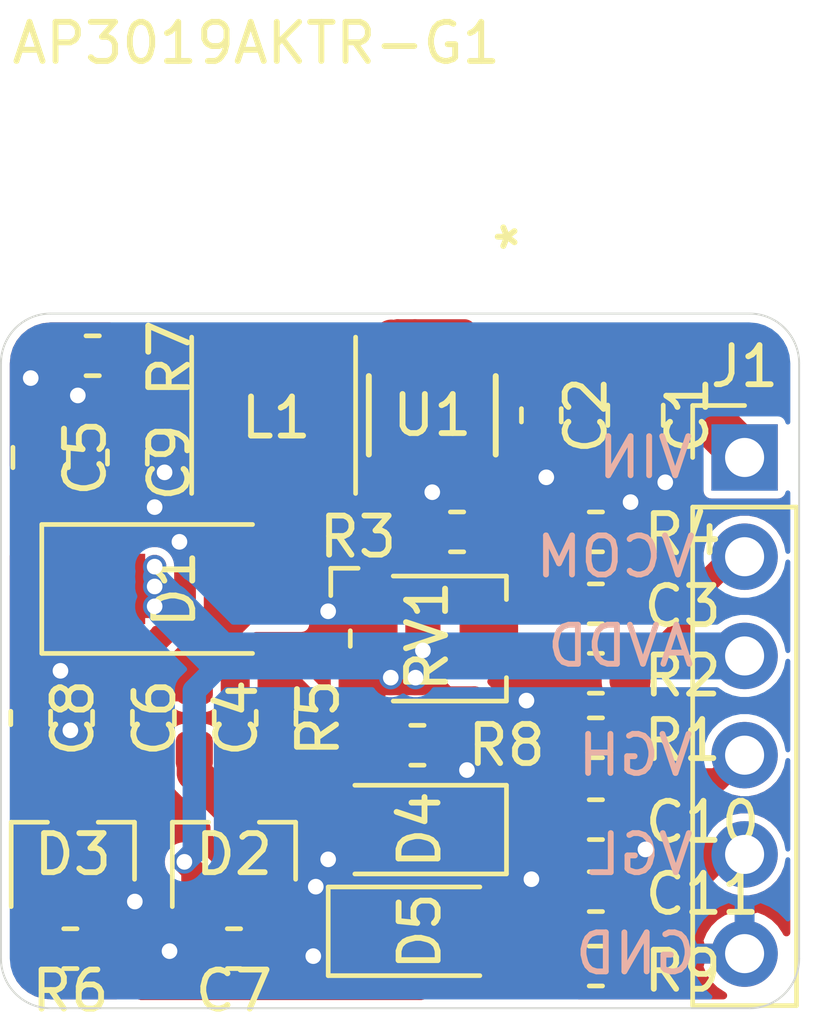
<source format=kicad_pcb>
(kicad_pcb (version 20171130) (host pcbnew "(5.1.6)-1")

  (general
    (thickness 1.6)
    (drawings 16)
    (tracks 154)
    (zones 0)
    (modules 29)
    (nets 13)
  )

  (page A4)
  (layers
    (0 F.Cu signal)
    (31 B.Cu signal)
    (32 B.Adhes user hide)
    (33 F.Adhes user hide)
    (34 B.Paste user)
    (35 F.Paste user)
    (36 B.SilkS user)
    (37 F.SilkS user)
    (38 B.Mask user)
    (39 F.Mask user)
    (40 Dwgs.User user hide)
    (41 Cmts.User user)
    (42 Eco1.User user)
    (43 Eco2.User user)
    (44 Edge.Cuts user)
    (45 Margin user)
    (46 B.CrtYd user hide)
    (47 F.CrtYd user)
    (48 B.Fab user hide)
    (49 F.Fab user hide)
  )

  (setup
    (last_trace_width 0.25)
    (user_trace_width 0.3)
    (user_trace_width 0.6)
    (user_trace_width 0.9)
    (user_trace_width 1.2)
    (user_trace_width 2.5)
    (trace_clearance 0.2)
    (zone_clearance 0.2)
    (zone_45_only no)
    (trace_min 0.2)
    (via_size 0.8)
    (via_drill 0.4)
    (via_min_size 0.4)
    (via_min_drill 0.3)
    (user_via 0.6 0.4)
    (uvia_size 0.3)
    (uvia_drill 0.1)
    (uvias_allowed no)
    (uvia_min_size 0.2)
    (uvia_min_drill 0.1)
    (edge_width 0.05)
    (segment_width 0.2)
    (pcb_text_width 0.3)
    (pcb_text_size 1.5 1.5)
    (mod_edge_width 0.12)
    (mod_text_size 1 1)
    (mod_text_width 0.15)
    (pad_size 1.06 0.65)
    (pad_drill 0)
    (pad_to_mask_clearance 0.05)
    (aux_axis_origin 0 0)
    (visible_elements 7FFFFFFF)
    (pcbplotparams
      (layerselection 0x010fc_ffffffff)
      (usegerberextensions false)
      (usegerberattributes true)
      (usegerberadvancedattributes true)
      (creategerberjobfile true)
      (excludeedgelayer true)
      (linewidth 0.100000)
      (plotframeref false)
      (viasonmask false)
      (mode 1)
      (useauxorigin false)
      (hpglpennumber 1)
      (hpglpenspeed 20)
      (hpglpendiameter 15.000000)
      (psnegative false)
      (psa4output false)
      (plotreference true)
      (plotvalue true)
      (plotinvisibletext false)
      (padsonsilk false)
      (subtractmaskfromsilk false)
      (outputformat 1)
      (mirror false)
      (drillshape 1)
      (scaleselection 1)
      (outputdirectory ""))
  )

  (net 0 "")
  (net 1 GND)
  (net 2 /VIN)
  (net 3 "Net-(C3-Pad2)")
  (net 4 "Net-(C4-Pad2)")
  (net 5 "Net-(C4-Pad1)")
  (net 6 "Net-(C6-Pad1)")
  (net 7 "Net-(C7-Pad1)")
  (net 8 "Net-(C8-Pad1)")
  (net 9 /GH)
  (net 10 /GL)
  (net 11 /VS)
  (net 12 /COM)

  (net_class Default "This is the default net class."
    (clearance 0.2)
    (trace_width 0.25)
    (via_dia 0.8)
    (via_drill 0.4)
    (uvia_dia 0.3)
    (uvia_drill 0.1)
    (add_net /COM)
    (add_net /GH)
    (add_net /GL)
    (add_net /VIN)
    (add_net /VS)
    (add_net GND)
    (add_net "Net-(C3-Pad2)")
    (add_net "Net-(C4-Pad1)")
    (add_net "Net-(C4-Pad2)")
    (add_net "Net-(C6-Pad1)")
    (add_net "Net-(C7-Pad1)")
    (add_net "Net-(C8-Pad1)")
  )

  (module Inductor_SMD:L_Taiyo-Yuden_MD-4040 (layer F.Cu) (tedit 5990349C) (tstamp 60124734)
    (at 174.625 91.8845 270)
    (descr "Inductor, Taiyo Yuden, MD series, Taiyo-Yuden_MD-4040, 4.0mmx4.0mm")
    (tags "inductor taiyo-yuden md smd")
    (path /60118715)
    (attr smd)
    (fp_text reference L1 (at 0.0635 -0.0635 180) (layer F.SilkS)
      (effects (font (size 1 1) (thickness 0.15)))
    )
    (fp_text value 10uH (at 0 3.5 90) (layer F.Fab)
      (effects (font (size 1 1) (thickness 0.15)))
    )
    (fp_line (start 2.25 -2.25) (end -2.25 -2.25) (layer F.CrtYd) (width 0.05))
    (fp_line (start 2.25 2.25) (end 2.25 -2.25) (layer F.CrtYd) (width 0.05))
    (fp_line (start -2.25 2.25) (end 2.25 2.25) (layer F.CrtYd) (width 0.05))
    (fp_line (start -2.25 -2.25) (end -2.25 2.25) (layer F.CrtYd) (width 0.05))
    (fp_line (start -2 2.1) (end 2 2.1) (layer F.SilkS) (width 0.12))
    (fp_line (start -2 -2.1) (end 2 -2.1) (layer F.SilkS) (width 0.12))
    (fp_line (start 2 -2) (end -2 -2) (layer F.Fab) (width 0.1))
    (fp_line (start 2 2) (end 2 -2) (layer F.Fab) (width 0.1))
    (fp_line (start -2 2) (end 2 2) (layer F.Fab) (width 0.1))
    (fp_line (start -2 -2) (end -2 2) (layer F.Fab) (width 0.1))
    (fp_text user %R (at 0 0 90) (layer F.Fab)
      (effects (font (size 1 1) (thickness 0.15)))
    )
    (pad 2 smd rect (at 1.4 0 270) (size 1.2 3.7) (layers F.Cu F.Paste F.Mask)
      (net 4 "Net-(C4-Pad2)"))
    (pad 1 smd rect (at -1.4 0 270) (size 1.2 3.7) (layers F.Cu F.Paste F.Mask)
      (net 2 /VIN))
    (model ${KISYS3DMOD}/Inductor_SMD.3dshapes/L_Taiyo-Yuden_MD-4040.wrl
      (at (xyz 0 0 0))
      (scale (xyz 1 1 1))
      (rotate (xyz 0 0 0))
    )
  )

  (module footprints:AP3019AKTR-G1 (layer F.Cu) (tedit 60122576) (tstamp 60124838)
    (at 178.689 91.8845 90)
    (path /60115AE1)
    (fp_text reference U1 (at 0 0 180) (layer F.SilkS)
      (effects (font (size 1 1) (thickness 0.15)))
    )
    (fp_text value AP3019AKTR-G1 (at 9.525 -4.5085 180) (layer F.SilkS)
      (effects (font (size 1 1) (thickness 0.15)))
    )
    (fp_line (start -1.0033 1.6256) (end 1.0033 1.6256) (layer F.SilkS) (width 0.1524))
    (fp_line (start 1.0033 -1.6256) (end -1.0033 -1.6256) (layer F.SilkS) (width 0.1524))
    (fp_line (start -0.8763 1.4986) (end 0.8763 1.4986) (layer F.Fab) (width 0.1524))
    (fp_line (start 0.8763 1.4986) (end 0.8763 -1.4986) (layer F.Fab) (width 0.1524))
    (fp_line (start 0.8763 -1.4986) (end -0.8763 -1.4986) (layer F.Fab) (width 0.1524))
    (fp_line (start -0.8763 -1.4986) (end -0.8763 1.4986) (layer F.Fab) (width 0.1524))
    (fp_line (start -1.884001 1.529) (end -1.884001 -1.529) (layer F.CrtYd) (width 0.1524))
    (fp_line (start -1.884001 -1.529) (end -1.1303 -1.529) (layer F.CrtYd) (width 0.1524))
    (fp_line (start -1.1303 -1.529) (end -1.1303 -1.7526) (layer F.CrtYd) (width 0.1524))
    (fp_line (start -1.1303 -1.7526) (end 1.1303 -1.7526) (layer F.CrtYd) (width 0.1524))
    (fp_line (start 1.1303 -1.7526) (end 1.1303 -1.529) (layer F.CrtYd) (width 0.1524))
    (fp_line (start 1.1303 -1.529) (end 1.884001 -1.529) (layer F.CrtYd) (width 0.1524))
    (fp_line (start 1.884001 -1.529) (end 1.884001 1.529) (layer F.CrtYd) (width 0.1524))
    (fp_line (start 1.884001 1.529) (end 1.1303 1.529) (layer F.CrtYd) (width 0.1524))
    (fp_line (start 1.1303 1.529) (end 1.1303 1.7526) (layer F.CrtYd) (width 0.1524))
    (fp_line (start 1.1303 1.7526) (end -1.1303 1.7526) (layer F.CrtYd) (width 0.1524))
    (fp_line (start -1.1303 1.7526) (end -1.1303 1.529) (layer F.CrtYd) (width 0.1524))
    (fp_line (start -1.1303 1.529) (end -1.884001 1.529) (layer F.CrtYd) (width 0.1524))
    (fp_circle (center -0.6223 -0.95) (end -0.6223 -0.95) (layer F.Fab) (width 0.1524))
    (fp_arc (start 0 -1.4986) (end 0.3048 -1.4986) (angle 180) (layer F.Fab) (width 0.1524))
    (fp_text user 0.026in/0.65mm (at 4.148 -0.95 90) (layer Dwgs.User)
      (effects (font (size 1 1) (thickness 0.15)))
    )
    (fp_text user 0.087in/2.2mm (at 0 3.998 90) (layer Dwgs.User)
      (effects (font (size 1 1) (thickness 0.15)))
    )
    (fp_text user 0.037in/0.95mm (at -4.148 -0.475 90) (layer Dwgs.User)
      (effects (font (size 1 1) (thickness 0.15)))
    )
    (fp_text user 0.042in/1.06mm (at -1.1 -4.5466 90) (layer Dwgs.User)
      (effects (font (size 1 1) (thickness 0.15)))
    )
    (fp_text user * (at 0 0 90) (layer F.Fab)
      (effects (font (size 1 1) (thickness 0.15)))
    )
    (fp_text user * (at 4.572 2.2225 90) (layer F.SilkS)
      (effects (font (size 1 1) (thickness 0.15)))
    )
    (fp_text user "Copyright 2016 Accelerated Designs. All rights reserved." (at 0 0 90) (layer Cmts.User)
      (effects (font (size 0.127 0.127) (thickness 0.002)))
    )
    (pad 6 smd oval (at 1.1 -0.950001 90) (size 1.06 0.65) (layers F.Cu F.Paste F.Mask)
      (net 2 /VIN))
    (pad 5 smd oval (at 1.1 0 90) (size 1.06 0.65) (layers F.Cu F.Paste F.Mask)
      (net 11 /VS))
    (pad 4 smd oval (at 1.1 0.950001 90) (size 1.06 0.65) (layers F.Cu F.Paste F.Mask)
      (net 2 /VIN))
    (pad 3 smd oval (at -1.1 0.950001 90) (size 1.06 0.65) (layers F.Cu F.Paste F.Mask)
      (net 3 "Net-(C3-Pad2)"))
    (pad 2 smd oval (at -1.1 0 90) (size 1.06 0.65) (layers F.Cu F.Paste F.Mask)
      (net 1 GND))
    (pad 1 smd rect (at -1.1 -0.950001 90) (size 1.06 0.65) (layers F.Cu F.Paste F.Mask)
      (net 4 "Net-(C4-Pad2)"))
  )

  (module Potentiometer_SMD:Potentiometer_Bourns_TC33X_Vertical (layer F.Cu) (tedit 5C165D15) (tstamp 6012492A)
    (at 178.689 97.5995)
    (descr "Potentiometer, Bourns, TC33X, Vertical, https://www.bourns.com/pdfs/TC33.pdf")
    (tags "Potentiometer Bourns TC33X Vertical")
    (path /60154359)
    (attr smd)
    (fp_text reference RV1 (at -0.127 -0.0635 270) (layer F.SilkS)
      (effects (font (size 1 1) (thickness 0.15)))
    )
    (fp_text value R_POT (at 0 2.5) (layer F.Fab)
      (effects (font (size 1 1) (thickness 0.15)))
    )
    (fp_circle (center 0 0) (end 1.5 0) (layer F.Fab) (width 0.1))
    (fp_line (start -2 -0.75) (end -2 1.5) (layer F.Fab) (width 0.1))
    (fp_line (start -2 1.5) (end 1.8 1.5) (layer F.Fab) (width 0.1))
    (fp_line (start 1.8 1.5) (end 1.8 -1.5) (layer F.Fab) (width 0.1))
    (fp_line (start 1.8 -1.5) (end -1.25 -1.5) (layer F.Fab) (width 0.1))
    (fp_line (start -1.25 -1.5) (end -2 -0.75) (layer F.Fab) (width 0.1))
    (fp_line (start -2.1 -0.2) (end -2.1 0.2) (layer F.SilkS) (width 0.12))
    (fp_line (start -1 -1.6) (end 1.9 -1.6) (layer F.SilkS) (width 0.12))
    (fp_line (start 1.9 -1.6) (end 1.9 -1) (layer F.SilkS) (width 0.12))
    (fp_line (start -1 1.6) (end 1.9 1.6) (layer F.SilkS) (width 0.12))
    (fp_line (start 1.9 1.6) (end 1.9 1) (layer F.SilkS) (width 0.12))
    (fp_line (start -1.9 -1.8) (end -2.6 -1.8) (layer F.SilkS) (width 0.12))
    (fp_line (start -2.6 -1.8) (end -2.6 -1.1) (layer F.SilkS) (width 0.12))
    (fp_line (start -2.65 -1.85) (end 2.45 -1.85) (layer F.CrtYd) (width 0.05))
    (fp_line (start 2.45 -1.85) (end 2.45 1.85) (layer F.CrtYd) (width 0.05))
    (fp_line (start 2.45 1.85) (end -2.65 1.85) (layer F.CrtYd) (width 0.05))
    (fp_line (start -2.65 1.85) (end -2.65 -1.85) (layer F.CrtYd) (width 0.05))
    (fp_circle (center 0 0) (end 1.8 0) (layer Dwgs.User) (width 0.05))
    (fp_text user "Wiper may be\nanywhere within\ncircle shown" (at -0.15 -0.8) (layer Cmts.User)
      (effects (font (size 0.15 0.15) (thickness 0.02)))
    )
    (fp_text user %R (at 0 0) (layer F.Fab)
      (effects (font (size 0.7 0.7) (thickness 0.105)))
    )
    (pad 2 smd rect (at 1.45 0) (size 1.5 1.6) (layers F.Cu F.Paste F.Mask)
      (net 12 /COM))
    (pad 3 smd rect (at -1.8 1) (size 1.2 1.2) (layers F.Cu F.Paste F.Mask)
      (net 11 /VS))
    (pad 1 smd rect (at -1.8 -1) (size 1.2 1.2) (layers F.Cu F.Paste F.Mask)
      (net 1 GND))
    (model ${KISYS3DMOD}/Potentiometer_SMD.3dshapes/Potentiometer_Bourns_TC33X_Vertical.wrl
      (at (xyz 0 0 0))
      (scale (xyz 1 1 1))
      (rotate (xyz 0 0 0))
    )
  )

  (module Resistor_SMD:R_0603_1608Metric_Pad1.05x0.95mm_HandSolder (layer F.Cu) (tedit 5B301BBD) (tstamp 60124794)
    (at 182.88 105.9815)
    (descr "Resistor SMD 0603 (1608 Metric), square (rectangular) end terminal, IPC_7351 nominal with elongated pad for handsoldering. (Body size source: http://www.tortai-tech.com/upload/download/2011102023233369053.pdf), generated with kicad-footprint-generator")
    (tags "resistor handsolder")
    (path /60136DD9)
    (attr smd)
    (fp_text reference R9 (at 2.2225 0.127) (layer F.SilkS)
      (effects (font (size 1 1) (thickness 0.15)))
    )
    (fp_text value 47k (at 0 1.43) (layer F.Fab)
      (effects (font (size 1 1) (thickness 0.15)))
    )
    (fp_line (start -0.8 0.4) (end -0.8 -0.4) (layer F.Fab) (width 0.1))
    (fp_line (start -0.8 -0.4) (end 0.8 -0.4) (layer F.Fab) (width 0.1))
    (fp_line (start 0.8 -0.4) (end 0.8 0.4) (layer F.Fab) (width 0.1))
    (fp_line (start 0.8 0.4) (end -0.8 0.4) (layer F.Fab) (width 0.1))
    (fp_line (start -0.171267 -0.51) (end 0.171267 -0.51) (layer F.SilkS) (width 0.12))
    (fp_line (start -0.171267 0.51) (end 0.171267 0.51) (layer F.SilkS) (width 0.12))
    (fp_line (start -1.65 0.73) (end -1.65 -0.73) (layer F.CrtYd) (width 0.05))
    (fp_line (start -1.65 -0.73) (end 1.65 -0.73) (layer F.CrtYd) (width 0.05))
    (fp_line (start 1.65 -0.73) (end 1.65 0.73) (layer F.CrtYd) (width 0.05))
    (fp_line (start 1.65 0.73) (end -1.65 0.73) (layer F.CrtYd) (width 0.05))
    (fp_text user %R (at 0 0) (layer F.Fab)
      (effects (font (size 0.4 0.4) (thickness 0.06)))
    )
    (pad 2 smd roundrect (at 0.875 0) (size 1.05 0.95) (layers F.Cu F.Paste F.Mask) (roundrect_rratio 0.25)
      (net 1 GND))
    (pad 1 smd roundrect (at -0.875 0) (size 1.05 0.95) (layers F.Cu F.Paste F.Mask) (roundrect_rratio 0.25)
      (net 10 /GL))
    (model ${KISYS3DMOD}/Resistor_SMD.3dshapes/R_0603_1608Metric.wrl
      (at (xyz 0 0 0))
      (scale (xyz 1 1 1))
      (rotate (xyz 0 0 0))
    )
  )

  (module Resistor_SMD:R_0603_1608Metric_Pad1.05x0.95mm_HandSolder (layer F.Cu) (tedit 5B301BBD) (tstamp 601247F4)
    (at 178.308 100.33)
    (descr "Resistor SMD 0603 (1608 Metric), square (rectangular) end terminal, IPC_7351 nominal with elongated pad for handsoldering. (Body size source: http://www.tortai-tech.com/upload/download/2011102023233369053.pdf), generated with kicad-footprint-generator")
    (tags "resistor handsolder")
    (path /60125AE3)
    (attr smd)
    (fp_text reference R8 (at 2.286 0 180) (layer F.SilkS)
      (effects (font (size 1 1) (thickness 0.15)))
    )
    (fp_text value 47k (at 0 1.43) (layer F.Fab)
      (effects (font (size 1 1) (thickness 0.15)))
    )
    (fp_line (start -0.8 0.4) (end -0.8 -0.4) (layer F.Fab) (width 0.1))
    (fp_line (start -0.8 -0.4) (end 0.8 -0.4) (layer F.Fab) (width 0.1))
    (fp_line (start 0.8 -0.4) (end 0.8 0.4) (layer F.Fab) (width 0.1))
    (fp_line (start 0.8 0.4) (end -0.8 0.4) (layer F.Fab) (width 0.1))
    (fp_line (start -0.171267 -0.51) (end 0.171267 -0.51) (layer F.SilkS) (width 0.12))
    (fp_line (start -0.171267 0.51) (end 0.171267 0.51) (layer F.SilkS) (width 0.12))
    (fp_line (start -1.65 0.73) (end -1.65 -0.73) (layer F.CrtYd) (width 0.05))
    (fp_line (start -1.65 -0.73) (end 1.65 -0.73) (layer F.CrtYd) (width 0.05))
    (fp_line (start 1.65 -0.73) (end 1.65 0.73) (layer F.CrtYd) (width 0.05))
    (fp_line (start 1.65 0.73) (end -1.65 0.73) (layer F.CrtYd) (width 0.05))
    (fp_text user %R (at 0 0) (layer F.Fab)
      (effects (font (size 0.4 0.4) (thickness 0.06)))
    )
    (pad 2 smd roundrect (at 0.875 0) (size 1.05 0.95) (layers F.Cu F.Paste F.Mask) (roundrect_rratio 0.25)
      (net 1 GND))
    (pad 1 smd roundrect (at -0.875 0) (size 1.05 0.95) (layers F.Cu F.Paste F.Mask) (roundrect_rratio 0.25)
      (net 9 /GH))
    (model ${KISYS3DMOD}/Resistor_SMD.3dshapes/R_0603_1608Metric.wrl
      (at (xyz 0 0 0))
      (scale (xyz 1 1 1))
      (rotate (xyz 0 0 0))
    )
  )

  (module Resistor_SMD:R_0603_1608Metric_Pad1.05x0.95mm_HandSolder (layer F.Cu) (tedit 5B301BBD) (tstamp 601247C4)
    (at 169.9895 90.3605 180)
    (descr "Resistor SMD 0603 (1608 Metric), square (rectangular) end terminal, IPC_7351 nominal with elongated pad for handsoldering. (Body size source: http://www.tortai-tech.com/upload/download/2011102023233369053.pdf), generated with kicad-footprint-generator")
    (tags "resistor handsolder")
    (path /601279D2)
    (attr smd)
    (fp_text reference R7 (at -1.9685 -0.0635 90) (layer F.SilkS)
      (effects (font (size 1 1) (thickness 0.15)))
    )
    (fp_text value 20k (at 0 1.43) (layer F.Fab)
      (effects (font (size 1 1) (thickness 0.15)))
    )
    (fp_line (start -0.8 0.4) (end -0.8 -0.4) (layer F.Fab) (width 0.1))
    (fp_line (start -0.8 -0.4) (end 0.8 -0.4) (layer F.Fab) (width 0.1))
    (fp_line (start 0.8 -0.4) (end 0.8 0.4) (layer F.Fab) (width 0.1))
    (fp_line (start 0.8 0.4) (end -0.8 0.4) (layer F.Fab) (width 0.1))
    (fp_line (start -0.171267 -0.51) (end 0.171267 -0.51) (layer F.SilkS) (width 0.12))
    (fp_line (start -0.171267 0.51) (end 0.171267 0.51) (layer F.SilkS) (width 0.12))
    (fp_line (start -1.65 0.73) (end -1.65 -0.73) (layer F.CrtYd) (width 0.05))
    (fp_line (start -1.65 -0.73) (end 1.65 -0.73) (layer F.CrtYd) (width 0.05))
    (fp_line (start 1.65 -0.73) (end 1.65 0.73) (layer F.CrtYd) (width 0.05))
    (fp_line (start 1.65 0.73) (end -1.65 0.73) (layer F.CrtYd) (width 0.05))
    (fp_text user %R (at 0 0) (layer F.Fab)
      (effects (font (size 0.4 0.4) (thickness 0.06)))
    )
    (pad 2 smd roundrect (at 0.875 0 180) (size 1.05 0.95) (layers F.Cu F.Paste F.Mask) (roundrect_rratio 0.25)
      (net 1 GND))
    (pad 1 smd roundrect (at -0.875 0 180) (size 1.05 0.95) (layers F.Cu F.Paste F.Mask) (roundrect_rratio 0.25)
      (net 11 /VS))
    (model ${KISYS3DMOD}/Resistor_SMD.3dshapes/R_0603_1608Metric.wrl
      (at (xyz 0 0 0))
      (scale (xyz 1 1 1))
      (rotate (xyz 0 0 0))
    )
  )

  (module Resistor_SMD:R_0603_1608Metric_Pad1.05x0.95mm_HandSolder (layer F.Cu) (tedit 5B301BBD) (tstamp 601248F0)
    (at 169.418 105.537 180)
    (descr "Resistor SMD 0603 (1608 Metric), square (rectangular) end terminal, IPC_7351 nominal with elongated pad for handsoldering. (Body size source: http://www.tortai-tech.com/upload/download/2011102023233369053.pdf), generated with kicad-footprint-generator")
    (tags "resistor handsolder")
    (path /60136DC0)
    (attr smd)
    (fp_text reference R6 (at 0 -1.0795) (layer F.SilkS)
      (effects (font (size 1 1) (thickness 0.15)))
    )
    (fp_text value 1.5k (at 0 1.43) (layer F.Fab)
      (effects (font (size 1 1) (thickness 0.15)))
    )
    (fp_line (start -0.8 0.4) (end -0.8 -0.4) (layer F.Fab) (width 0.1))
    (fp_line (start -0.8 -0.4) (end 0.8 -0.4) (layer F.Fab) (width 0.1))
    (fp_line (start 0.8 -0.4) (end 0.8 0.4) (layer F.Fab) (width 0.1))
    (fp_line (start 0.8 0.4) (end -0.8 0.4) (layer F.Fab) (width 0.1))
    (fp_line (start -0.171267 -0.51) (end 0.171267 -0.51) (layer F.SilkS) (width 0.12))
    (fp_line (start -0.171267 0.51) (end 0.171267 0.51) (layer F.SilkS) (width 0.12))
    (fp_line (start -1.65 0.73) (end -1.65 -0.73) (layer F.CrtYd) (width 0.05))
    (fp_line (start -1.65 -0.73) (end 1.65 -0.73) (layer F.CrtYd) (width 0.05))
    (fp_line (start 1.65 -0.73) (end 1.65 0.73) (layer F.CrtYd) (width 0.05))
    (fp_line (start 1.65 0.73) (end -1.65 0.73) (layer F.CrtYd) (width 0.05))
    (fp_text user %R (at 0 0) (layer F.Fab)
      (effects (font (size 0.4 0.4) (thickness 0.06)))
    )
    (pad 2 smd roundrect (at 0.875 0 180) (size 1.05 0.95) (layers F.Cu F.Paste F.Mask) (roundrect_rratio 0.25)
      (net 8 "Net-(C8-Pad1)"))
    (pad 1 smd roundrect (at -0.875 0 180) (size 1.05 0.95) (layers F.Cu F.Paste F.Mask) (roundrect_rratio 0.25)
      (net 10 /GL))
    (model ${KISYS3DMOD}/Resistor_SMD.3dshapes/R_0603_1608Metric.wrl
      (at (xyz 0 0 0))
      (scale (xyz 1 1 1))
      (rotate (xyz 0 0 0))
    )
  )

  (module Resistor_SMD:R_0603_1608Metric_Pad1.05x0.95mm_HandSolder (layer F.Cu) (tedit 5B301BBD) (tstamp 601248C0)
    (at 174.6885 99.6315 270)
    (descr "Resistor SMD 0603 (1608 Metric), square (rectangular) end terminal, IPC_7351 nominal with elongated pad for handsoldering. (Body size source: http://www.tortai-tech.com/upload/download/2011102023233369053.pdf), generated with kicad-footprint-generator")
    (tags "resistor handsolder")
    (path /60121EE8)
    (attr smd)
    (fp_text reference R5 (at 0 -1.0795 90) (layer F.SilkS)
      (effects (font (size 1 1) (thickness 0.15)))
    )
    (fp_text value 1.5k (at 0 1.43 90) (layer F.Fab)
      (effects (font (size 1 1) (thickness 0.15)))
    )
    (fp_line (start -0.8 0.4) (end -0.8 -0.4) (layer F.Fab) (width 0.1))
    (fp_line (start -0.8 -0.4) (end 0.8 -0.4) (layer F.Fab) (width 0.1))
    (fp_line (start 0.8 -0.4) (end 0.8 0.4) (layer F.Fab) (width 0.1))
    (fp_line (start 0.8 0.4) (end -0.8 0.4) (layer F.Fab) (width 0.1))
    (fp_line (start -0.171267 -0.51) (end 0.171267 -0.51) (layer F.SilkS) (width 0.12))
    (fp_line (start -0.171267 0.51) (end 0.171267 0.51) (layer F.SilkS) (width 0.12))
    (fp_line (start -1.65 0.73) (end -1.65 -0.73) (layer F.CrtYd) (width 0.05))
    (fp_line (start -1.65 -0.73) (end 1.65 -0.73) (layer F.CrtYd) (width 0.05))
    (fp_line (start 1.65 -0.73) (end 1.65 0.73) (layer F.CrtYd) (width 0.05))
    (fp_line (start 1.65 0.73) (end -1.65 0.73) (layer F.CrtYd) (width 0.05))
    (fp_text user %R (at 0 0 90) (layer F.Fab)
      (effects (font (size 0.4 0.4) (thickness 0.06)))
    )
    (pad 2 smd roundrect (at 0.875 0 270) (size 1.05 0.95) (layers F.Cu F.Paste F.Mask) (roundrect_rratio 0.25)
      (net 7 "Net-(C7-Pad1)"))
    (pad 1 smd roundrect (at -0.875 0 270) (size 1.05 0.95) (layers F.Cu F.Paste F.Mask) (roundrect_rratio 0.25)
      (net 9 /GH))
    (model ${KISYS3DMOD}/Resistor_SMD.3dshapes/R_0603_1608Metric.wrl
      (at (xyz 0 0 0))
      (scale (xyz 1 1 1))
      (rotate (xyz 0 0 0))
    )
  )

  (module Resistor_SMD:R_0603_1608Metric_Pad1.05x0.95mm_HandSolder (layer F.Cu) (tedit 5B301BBD) (tstamp 60124764)
    (at 182.88 94.869)
    (descr "Resistor SMD 0603 (1608 Metric), square (rectangular) end terminal, IPC_7351 nominal with elongated pad for handsoldering. (Body size source: http://www.tortai-tech.com/upload/download/2011102023233369053.pdf), generated with kicad-footprint-generator")
    (tags "resistor handsolder")
    (path /6011CE7E)
    (attr smd)
    (fp_text reference R4 (at 2.2225 0.0635) (layer F.SilkS)
      (effects (font (size 1 1) (thickness 0.15)))
    )
    (fp_text value 1k (at 0 1.43) (layer F.Fab)
      (effects (font (size 1 1) (thickness 0.15)))
    )
    (fp_line (start -0.8 0.4) (end -0.8 -0.4) (layer F.Fab) (width 0.1))
    (fp_line (start -0.8 -0.4) (end 0.8 -0.4) (layer F.Fab) (width 0.1))
    (fp_line (start 0.8 -0.4) (end 0.8 0.4) (layer F.Fab) (width 0.1))
    (fp_line (start 0.8 0.4) (end -0.8 0.4) (layer F.Fab) (width 0.1))
    (fp_line (start -0.171267 -0.51) (end 0.171267 -0.51) (layer F.SilkS) (width 0.12))
    (fp_line (start -0.171267 0.51) (end 0.171267 0.51) (layer F.SilkS) (width 0.12))
    (fp_line (start -1.65 0.73) (end -1.65 -0.73) (layer F.CrtYd) (width 0.05))
    (fp_line (start -1.65 -0.73) (end 1.65 -0.73) (layer F.CrtYd) (width 0.05))
    (fp_line (start 1.65 -0.73) (end 1.65 0.73) (layer F.CrtYd) (width 0.05))
    (fp_line (start 1.65 0.73) (end -1.65 0.73) (layer F.CrtYd) (width 0.05))
    (fp_text user %R (at 0 0) (layer F.Fab)
      (effects (font (size 0.4 0.4) (thickness 0.06)))
    )
    (pad 2 smd roundrect (at 0.875 0) (size 1.05 0.95) (layers F.Cu F.Paste F.Mask) (roundrect_rratio 0.25)
      (net 1 GND))
    (pad 1 smd roundrect (at -0.875 0) (size 1.05 0.95) (layers F.Cu F.Paste F.Mask) (roundrect_rratio 0.25)
      (net 3 "Net-(C3-Pad2)"))
    (model ${KISYS3DMOD}/Resistor_SMD.3dshapes/R_0603_1608Metric.wrl
      (at (xyz 0 0 0))
      (scale (xyz 1 1 1))
      (rotate (xyz 0 0 0))
    )
  )

  (module Resistor_SMD:R_0603_1608Metric_Pad1.05x0.95mm_HandSolder (layer F.Cu) (tedit 5B301BBD) (tstamp 60124890)
    (at 179.324 94.869)
    (descr "Resistor SMD 0603 (1608 Metric), square (rectangular) end terminal, IPC_7351 nominal with elongated pad for handsoldering. (Body size source: http://www.tortai-tech.com/upload/download/2011102023233369053.pdf), generated with kicad-footprint-generator")
    (tags "resistor handsolder")
    (path /60119FB0)
    (attr smd)
    (fp_text reference R3 (at -2.54 0.127) (layer F.SilkS)
      (effects (font (size 1 1) (thickness 0.15)))
    )
    (fp_text value 51k (at 0 1.43) (layer F.Fab)
      (effects (font (size 1 1) (thickness 0.15)))
    )
    (fp_line (start -0.8 0.4) (end -0.8 -0.4) (layer F.Fab) (width 0.1))
    (fp_line (start -0.8 -0.4) (end 0.8 -0.4) (layer F.Fab) (width 0.1))
    (fp_line (start 0.8 -0.4) (end 0.8 0.4) (layer F.Fab) (width 0.1))
    (fp_line (start 0.8 0.4) (end -0.8 0.4) (layer F.Fab) (width 0.1))
    (fp_line (start -0.171267 -0.51) (end 0.171267 -0.51) (layer F.SilkS) (width 0.12))
    (fp_line (start -0.171267 0.51) (end 0.171267 0.51) (layer F.SilkS) (width 0.12))
    (fp_line (start -1.65 0.73) (end -1.65 -0.73) (layer F.CrtYd) (width 0.05))
    (fp_line (start -1.65 -0.73) (end 1.65 -0.73) (layer F.CrtYd) (width 0.05))
    (fp_line (start 1.65 -0.73) (end 1.65 0.73) (layer F.CrtYd) (width 0.05))
    (fp_line (start 1.65 0.73) (end -1.65 0.73) (layer F.CrtYd) (width 0.05))
    (fp_text user %R (at 0 0) (layer F.Fab)
      (effects (font (size 0.4 0.4) (thickness 0.06)))
    )
    (pad 2 smd roundrect (at 0.875 0) (size 1.05 0.95) (layers F.Cu F.Paste F.Mask) (roundrect_rratio 0.25)
      (net 3 "Net-(C3-Pad2)"))
    (pad 1 smd roundrect (at -0.875 0) (size 1.05 0.95) (layers F.Cu F.Paste F.Mask) (roundrect_rratio 0.25)
      (net 11 /VS))
    (model ${KISYS3DMOD}/Resistor_SMD.3dshapes/R_0603_1608Metric.wrl
      (at (xyz 0 0 0))
      (scale (xyz 1 1 1))
      (rotate (xyz 0 0 0))
    )
  )

  (module Resistor_SMD:R_0603_1608Metric_Pad1.05x0.95mm_HandSolder (layer F.Cu) (tedit 5B301BBD) (tstamp 60124C62)
    (at 182.88 98.4885 180)
    (descr "Resistor SMD 0603 (1608 Metric), square (rectangular) end terminal, IPC_7351 nominal with elongated pad for handsoldering. (Body size source: http://www.tortai-tech.com/upload/download/2011102023233369053.pdf), generated with kicad-footprint-generator")
    (tags "resistor handsolder")
    (path /6015CB3B)
    (attr smd)
    (fp_text reference R2 (at -2.2225 -0.0635) (layer F.SilkS)
      (effects (font (size 1 1) (thickness 0.15)))
    )
    (fp_text value R (at 0 1.43) (layer F.Fab)
      (effects (font (size 1 1) (thickness 0.15)))
    )
    (fp_line (start -0.8 0.4) (end -0.8 -0.4) (layer F.Fab) (width 0.1))
    (fp_line (start -0.8 -0.4) (end 0.8 -0.4) (layer F.Fab) (width 0.1))
    (fp_line (start 0.8 -0.4) (end 0.8 0.4) (layer F.Fab) (width 0.1))
    (fp_line (start 0.8 0.4) (end -0.8 0.4) (layer F.Fab) (width 0.1))
    (fp_line (start -0.171267 -0.51) (end 0.171267 -0.51) (layer F.SilkS) (width 0.12))
    (fp_line (start -0.171267 0.51) (end 0.171267 0.51) (layer F.SilkS) (width 0.12))
    (fp_line (start -1.65 0.73) (end -1.65 -0.73) (layer F.CrtYd) (width 0.05))
    (fp_line (start -1.65 -0.73) (end 1.65 -0.73) (layer F.CrtYd) (width 0.05))
    (fp_line (start 1.65 -0.73) (end 1.65 0.73) (layer F.CrtYd) (width 0.05))
    (fp_line (start 1.65 0.73) (end -1.65 0.73) (layer F.CrtYd) (width 0.05))
    (fp_text user %R (at 0 0) (layer F.Fab)
      (effects (font (size 0.4 0.4) (thickness 0.06)))
    )
    (pad 2 smd roundrect (at 0.875 0 180) (size 1.05 0.95) (layers F.Cu F.Paste F.Mask) (roundrect_rratio 0.25)
      (net 1 GND))
    (pad 1 smd roundrect (at -0.875 0 180) (size 1.05 0.95) (layers F.Cu F.Paste F.Mask) (roundrect_rratio 0.25)
      (net 12 /COM))
    (model ${KISYS3DMOD}/Resistor_SMD.3dshapes/R_0603_1608Metric.wrl
      (at (xyz 0 0 0))
      (scale (xyz 1 1 1))
      (rotate (xyz 0 0 0))
    )
  )

  (module Resistor_SMD:R_0603_1608Metric_Pad1.05x0.95mm_HandSolder (layer F.Cu) (tedit 5B301BBD) (tstamp 60124C92)
    (at 182.88 100.1395 180)
    (descr "Resistor SMD 0603 (1608 Metric), square (rectangular) end terminal, IPC_7351 nominal with elongated pad for handsoldering. (Body size source: http://www.tortai-tech.com/upload/download/2011102023233369053.pdf), generated with kicad-footprint-generator")
    (tags "resistor handsolder")
    (path /6015D9A3)
    (attr smd)
    (fp_text reference R1 (at -2.2225 -0.0635) (layer F.SilkS)
      (effects (font (size 1 1) (thickness 0.15)))
    )
    (fp_text value R (at 0 1.43) (layer F.Fab)
      (effects (font (size 1 1) (thickness 0.15)))
    )
    (fp_line (start -0.8 0.4) (end -0.8 -0.4) (layer F.Fab) (width 0.1))
    (fp_line (start -0.8 -0.4) (end 0.8 -0.4) (layer F.Fab) (width 0.1))
    (fp_line (start 0.8 -0.4) (end 0.8 0.4) (layer F.Fab) (width 0.1))
    (fp_line (start 0.8 0.4) (end -0.8 0.4) (layer F.Fab) (width 0.1))
    (fp_line (start -0.171267 -0.51) (end 0.171267 -0.51) (layer F.SilkS) (width 0.12))
    (fp_line (start -0.171267 0.51) (end 0.171267 0.51) (layer F.SilkS) (width 0.12))
    (fp_line (start -1.65 0.73) (end -1.65 -0.73) (layer F.CrtYd) (width 0.05))
    (fp_line (start -1.65 -0.73) (end 1.65 -0.73) (layer F.CrtYd) (width 0.05))
    (fp_line (start 1.65 -0.73) (end 1.65 0.73) (layer F.CrtYd) (width 0.05))
    (fp_line (start 1.65 0.73) (end -1.65 0.73) (layer F.CrtYd) (width 0.05))
    (fp_text user %R (at 0 0) (layer F.Fab)
      (effects (font (size 0.4 0.4) (thickness 0.06)))
    )
    (pad 2 smd roundrect (at 0.875 0 180) (size 1.05 0.95) (layers F.Cu F.Paste F.Mask) (roundrect_rratio 0.25)
      (net 11 /VS))
    (pad 1 smd roundrect (at -0.875 0 180) (size 1.05 0.95) (layers F.Cu F.Paste F.Mask) (roundrect_rratio 0.25)
      (net 12 /COM))
    (model ${KISYS3DMOD}/Resistor_SMD.3dshapes/R_0603_1608Metric.wrl
      (at (xyz 0 0 0))
      (scale (xyz 1 1 1))
      (rotate (xyz 0 0 0))
    )
  )

  (module Connector_PinHeader_2.54mm:PinHeader_1x06_P2.54mm_Vertical (layer F.Cu) (tedit 59FED5CC) (tstamp 60127260)
    (at 186.69 92.964)
    (descr "Through hole straight pin header, 1x06, 2.54mm pitch, single row")
    (tags "Through hole pin header THT 1x06 2.54mm single row")
    (path /60151A0C)
    (fp_text reference J1 (at 0 -2.33) (layer F.SilkS)
      (effects (font (size 1 1) (thickness 0.15)))
    )
    (fp_text value Conn_01x06 (at 0 15.03) (layer F.Fab)
      (effects (font (size 1 1) (thickness 0.15)))
    )
    (fp_line (start -0.635 -1.27) (end 1.27 -1.27) (layer F.Fab) (width 0.1))
    (fp_line (start 1.27 -1.27) (end 1.27 13.97) (layer F.Fab) (width 0.1))
    (fp_line (start 1.27 13.97) (end -1.27 13.97) (layer F.Fab) (width 0.1))
    (fp_line (start -1.27 13.97) (end -1.27 -0.635) (layer F.Fab) (width 0.1))
    (fp_line (start -1.27 -0.635) (end -0.635 -1.27) (layer F.Fab) (width 0.1))
    (fp_line (start -1.33 14.03) (end 1.33 14.03) (layer F.SilkS) (width 0.12))
    (fp_line (start -1.33 1.27) (end -1.33 14.03) (layer F.SilkS) (width 0.12))
    (fp_line (start 1.33 1.27) (end 1.33 14.03) (layer F.SilkS) (width 0.12))
    (fp_line (start -1.33 1.27) (end 1.33 1.27) (layer F.SilkS) (width 0.12))
    (fp_line (start -1.33 0) (end -1.33 -1.33) (layer F.SilkS) (width 0.12))
    (fp_line (start -1.33 -1.33) (end 0 -1.33) (layer F.SilkS) (width 0.12))
    (fp_line (start -1.8 -1.8) (end -1.8 14.5) (layer F.CrtYd) (width 0.05))
    (fp_line (start -1.8 14.5) (end 1.8 14.5) (layer F.CrtYd) (width 0.05))
    (fp_line (start 1.8 14.5) (end 1.8 -1.8) (layer F.CrtYd) (width 0.05))
    (fp_line (start 1.8 -1.8) (end -1.8 -1.8) (layer F.CrtYd) (width 0.05))
    (fp_text user %R (at 0 6.35 90) (layer F.Fab)
      (effects (font (size 1 1) (thickness 0.15)))
    )
    (pad 6 thru_hole oval (at 0 12.7) (size 1.7 1.7) (drill 1) (layers *.Cu *.Mask)
      (net 1 GND))
    (pad 5 thru_hole oval (at 0 10.16) (size 1.7 1.7) (drill 1) (layers *.Cu *.Mask)
      (net 10 /GL))
    (pad 4 thru_hole oval (at 0 7.62) (size 1.7 1.7) (drill 1) (layers *.Cu *.Mask)
      (net 9 /GH))
    (pad 3 thru_hole oval (at 0 5.08) (size 1.7 1.7) (drill 1) (layers *.Cu *.Mask)
      (net 11 /VS))
    (pad 2 thru_hole oval (at 0 2.54) (size 1.7 1.7) (drill 1) (layers *.Cu *.Mask)
      (net 12 /COM))
    (pad 1 thru_hole rect (at 0 0) (size 1.7 1.7) (drill 1) (layers *.Cu *.Mask)
      (net 2 /VIN))
    (model ${KISYS3DMOD}/Connector_PinHeader_2.54mm.3dshapes/PinHeader_1x06_P2.54mm_Vertical.wrl
      (at (xyz 0 0 0))
      (scale (xyz 1 1 1))
      (rotate (xyz 0 0 0))
    )
  )

  (module Diode_SMD:D_1206_3216Metric (layer F.Cu) (tedit 5B301BBE) (tstamp 60124C2E)
    (at 178.308 105.0925)
    (descr "Diode SMD 1206 (3216 Metric), square (rectangular) end terminal, IPC_7351 nominal, (Body size source: http://www.tortai-tech.com/upload/download/2011102023233369053.pdf), generated with kicad-footprint-generator")
    (tags diode)
    (path /60136DC7)
    (attr smd)
    (fp_text reference D5 (at 0.0635 0 90) (layer F.SilkS)
      (effects (font (size 1 1) (thickness 0.15)))
    )
    (fp_text value 1N4736 (at 0 1.82) (layer F.Fab)
      (effects (font (size 1 1) (thickness 0.15)))
    )
    (fp_line (start 1.6 -0.8) (end -1.2 -0.8) (layer F.Fab) (width 0.1))
    (fp_line (start -1.2 -0.8) (end -1.6 -0.4) (layer F.Fab) (width 0.1))
    (fp_line (start -1.6 -0.4) (end -1.6 0.8) (layer F.Fab) (width 0.1))
    (fp_line (start -1.6 0.8) (end 1.6 0.8) (layer F.Fab) (width 0.1))
    (fp_line (start 1.6 0.8) (end 1.6 -0.8) (layer F.Fab) (width 0.1))
    (fp_line (start 1.6 -1.135) (end -2.285 -1.135) (layer F.SilkS) (width 0.12))
    (fp_line (start -2.285 -1.135) (end -2.285 1.135) (layer F.SilkS) (width 0.12))
    (fp_line (start -2.285 1.135) (end 1.6 1.135) (layer F.SilkS) (width 0.12))
    (fp_line (start -2.28 1.12) (end -2.28 -1.12) (layer F.CrtYd) (width 0.05))
    (fp_line (start -2.28 -1.12) (end 2.28 -1.12) (layer F.CrtYd) (width 0.05))
    (fp_line (start 2.28 -1.12) (end 2.28 1.12) (layer F.CrtYd) (width 0.05))
    (fp_line (start 2.28 1.12) (end -2.28 1.12) (layer F.CrtYd) (width 0.05))
    (fp_text user %R (at 0 0) (layer F.Fab)
      (effects (font (size 0.8 0.8) (thickness 0.12)))
    )
    (pad 2 smd roundrect (at 1.4 0) (size 1.25 1.75) (layers F.Cu F.Paste F.Mask) (roundrect_rratio 0.2)
      (net 10 /GL))
    (pad 1 smd roundrect (at -1.4 0) (size 1.25 1.75) (layers F.Cu F.Paste F.Mask) (roundrect_rratio 0.2)
      (net 1 GND))
    (model ${KISYS3DMOD}/Diode_SMD.3dshapes/D_1206_3216Metric.wrl
      (at (xyz 0 0 0))
      (scale (xyz 1 1 1))
      (rotate (xyz 0 0 0))
    )
  )

  (module Diode_SMD:D_1206_3216Metric (layer F.Cu) (tedit 5B301BBE) (tstamp 60124B2C)
    (at 178.305 102.489 180)
    (descr "Diode SMD 1206 (3216 Metric), square (rectangular) end terminal, IPC_7351 nominal, (Body size source: http://www.tortai-tech.com/upload/download/2011102023233369053.pdf), generated with kicad-footprint-generator")
    (tags diode)
    (path /60123355)
    (attr smd)
    (fp_text reference D4 (at -0.0635 0 90) (layer F.SilkS)
      (effects (font (size 1 1) (thickness 0.15)))
    )
    (fp_text value 1N4744 (at 0 1.82) (layer F.Fab)
      (effects (font (size 1 1) (thickness 0.15)))
    )
    (fp_line (start 1.6 -0.8) (end -1.2 -0.8) (layer F.Fab) (width 0.1))
    (fp_line (start -1.2 -0.8) (end -1.6 -0.4) (layer F.Fab) (width 0.1))
    (fp_line (start -1.6 -0.4) (end -1.6 0.8) (layer F.Fab) (width 0.1))
    (fp_line (start -1.6 0.8) (end 1.6 0.8) (layer F.Fab) (width 0.1))
    (fp_line (start 1.6 0.8) (end 1.6 -0.8) (layer F.Fab) (width 0.1))
    (fp_line (start 1.6 -1.135) (end -2.285 -1.135) (layer F.SilkS) (width 0.12))
    (fp_line (start -2.285 -1.135) (end -2.285 1.135) (layer F.SilkS) (width 0.12))
    (fp_line (start -2.285 1.135) (end 1.6 1.135) (layer F.SilkS) (width 0.12))
    (fp_line (start -2.28 1.12) (end -2.28 -1.12) (layer F.CrtYd) (width 0.05))
    (fp_line (start -2.28 -1.12) (end 2.28 -1.12) (layer F.CrtYd) (width 0.05))
    (fp_line (start 2.28 -1.12) (end 2.28 1.12) (layer F.CrtYd) (width 0.05))
    (fp_line (start 2.28 1.12) (end -2.28 1.12) (layer F.CrtYd) (width 0.05))
    (fp_text user %R (at 0 0) (layer F.Fab)
      (effects (font (size 0.8 0.8) (thickness 0.12)))
    )
    (pad 2 smd roundrect (at 1.4 0 180) (size 1.25 1.75) (layers F.Cu F.Paste F.Mask) (roundrect_rratio 0.2)
      (net 1 GND))
    (pad 1 smd roundrect (at -1.4 0 180) (size 1.25 1.75) (layers F.Cu F.Paste F.Mask) (roundrect_rratio 0.2)
      (net 9 /GH))
    (model ${KISYS3DMOD}/Diode_SMD.3dshapes/D_1206_3216Metric.wrl
      (at (xyz 0 0 0))
      (scale (xyz 1 1 1))
      (rotate (xyz 0 0 0))
    )
  )

  (module Package_TO_SOT_SMD:SOT-23 (layer F.Cu) (tedit 5A02FF57) (tstamp 60124AF2)
    (at 169.4815 103.0605 90)
    (descr "SOT-23, Standard")
    (tags SOT-23)
    (path /6012FB25)
    (attr smd)
    (fp_text reference D3 (at -0.0635 0 180) (layer F.SilkS)
      (effects (font (size 1 1) (thickness 0.15)))
    )
    (fp_text value BAT54S (at 0 2.5 90) (layer F.Fab)
      (effects (font (size 1 1) (thickness 0.15)))
    )
    (fp_line (start -0.7 -0.95) (end -0.7 1.5) (layer F.Fab) (width 0.1))
    (fp_line (start -0.15 -1.52) (end 0.7 -1.52) (layer F.Fab) (width 0.1))
    (fp_line (start -0.7 -0.95) (end -0.15 -1.52) (layer F.Fab) (width 0.1))
    (fp_line (start 0.7 -1.52) (end 0.7 1.52) (layer F.Fab) (width 0.1))
    (fp_line (start -0.7 1.52) (end 0.7 1.52) (layer F.Fab) (width 0.1))
    (fp_line (start 0.76 1.58) (end 0.76 0.65) (layer F.SilkS) (width 0.12))
    (fp_line (start 0.76 -1.58) (end 0.76 -0.65) (layer F.SilkS) (width 0.12))
    (fp_line (start -1.7 -1.75) (end 1.7 -1.75) (layer F.CrtYd) (width 0.05))
    (fp_line (start 1.7 -1.75) (end 1.7 1.75) (layer F.CrtYd) (width 0.05))
    (fp_line (start 1.7 1.75) (end -1.7 1.75) (layer F.CrtYd) (width 0.05))
    (fp_line (start -1.7 1.75) (end -1.7 -1.75) (layer F.CrtYd) (width 0.05))
    (fp_line (start 0.76 -1.58) (end -1.4 -1.58) (layer F.SilkS) (width 0.12))
    (fp_line (start 0.76 1.58) (end -0.7 1.58) (layer F.SilkS) (width 0.12))
    (fp_text user %R (at 0 0) (layer F.Fab)
      (effects (font (size 0.5 0.5) (thickness 0.075)))
    )
    (pad 3 smd rect (at 1 0 90) (size 0.9 0.8) (layers F.Cu F.Paste F.Mask)
      (net 6 "Net-(C6-Pad1)"))
    (pad 2 smd rect (at -1 0.95 90) (size 0.9 0.8) (layers F.Cu F.Paste F.Mask)
      (net 1 GND))
    (pad 1 smd rect (at -1 -0.95 90) (size 0.9 0.8) (layers F.Cu F.Paste F.Mask)
      (net 8 "Net-(C8-Pad1)"))
    (model ${KISYS3DMOD}/Package_TO_SOT_SMD.3dshapes/SOT-23.wrl
      (at (xyz 0 0 0))
      (scale (xyz 1 1 1))
      (rotate (xyz 0 0 0))
    )
  )

  (module Package_TO_SOT_SMD:SOT-23 (layer F.Cu) (tedit 5A02FF57) (tstamp 60124BF4)
    (at 173.609 103.0605 90)
    (descr "SOT-23, Standard")
    (tags SOT-23)
    (path /6011EE00)
    (attr smd)
    (fp_text reference D2 (at -0.0635 0 180) (layer F.SilkS)
      (effects (font (size 1 1) (thickness 0.15)))
    )
    (fp_text value BAT54S (at 0 2.5 90) (layer F.Fab)
      (effects (font (size 1 1) (thickness 0.15)))
    )
    (fp_line (start -0.7 -0.95) (end -0.7 1.5) (layer F.Fab) (width 0.1))
    (fp_line (start -0.15 -1.52) (end 0.7 -1.52) (layer F.Fab) (width 0.1))
    (fp_line (start -0.7 -0.95) (end -0.15 -1.52) (layer F.Fab) (width 0.1))
    (fp_line (start 0.7 -1.52) (end 0.7 1.52) (layer F.Fab) (width 0.1))
    (fp_line (start -0.7 1.52) (end 0.7 1.52) (layer F.Fab) (width 0.1))
    (fp_line (start 0.76 1.58) (end 0.76 0.65) (layer F.SilkS) (width 0.12))
    (fp_line (start 0.76 -1.58) (end 0.76 -0.65) (layer F.SilkS) (width 0.12))
    (fp_line (start -1.7 -1.75) (end 1.7 -1.75) (layer F.CrtYd) (width 0.05))
    (fp_line (start 1.7 -1.75) (end 1.7 1.75) (layer F.CrtYd) (width 0.05))
    (fp_line (start 1.7 1.75) (end -1.7 1.75) (layer F.CrtYd) (width 0.05))
    (fp_line (start -1.7 1.75) (end -1.7 -1.75) (layer F.CrtYd) (width 0.05))
    (fp_line (start 0.76 -1.58) (end -1.4 -1.58) (layer F.SilkS) (width 0.12))
    (fp_line (start 0.76 1.58) (end -0.7 1.58) (layer F.SilkS) (width 0.12))
    (fp_text user %R (at 0 0) (layer F.Fab)
      (effects (font (size 0.5 0.5) (thickness 0.075)))
    )
    (pad 3 smd rect (at 1 0 90) (size 0.9 0.8) (layers F.Cu F.Paste F.Mask)
      (net 5 "Net-(C4-Pad1)"))
    (pad 2 smd rect (at -1 0.95 90) (size 0.9 0.8) (layers F.Cu F.Paste F.Mask)
      (net 7 "Net-(C7-Pad1)"))
    (pad 1 smd rect (at -1 -0.95 90) (size 0.9 0.8) (layers F.Cu F.Paste F.Mask)
      (net 11 /VS))
    (model ${KISYS3DMOD}/Package_TO_SOT_SMD.3dshapes/SOT-23.wrl
      (at (xyz 0 0 0))
      (scale (xyz 1 1 1))
      (rotate (xyz 0 0 0))
    )
  )

  (module Diode_SMD:D_SMA (layer F.Cu) (tedit 586432E5) (tstamp 60124CC9)
    (at 172.085 96.3295)
    (descr "Diode SMA (DO-214AC)")
    (tags "Diode SMA (DO-214AC)")
    (path /6011B3AF)
    (attr smd)
    (fp_text reference D1 (at 0 0 90) (layer F.SilkS)
      (effects (font (size 1 1) (thickness 0.15)))
    )
    (fp_text value SS14 (at 0 2.6) (layer F.Fab)
      (effects (font (size 1 1) (thickness 0.15)))
    )
    (fp_line (start -3.4 -1.65) (end -3.4 1.65) (layer F.SilkS) (width 0.12))
    (fp_line (start 2.3 1.5) (end -2.3 1.5) (layer F.Fab) (width 0.1))
    (fp_line (start -2.3 1.5) (end -2.3 -1.5) (layer F.Fab) (width 0.1))
    (fp_line (start 2.3 -1.5) (end 2.3 1.5) (layer F.Fab) (width 0.1))
    (fp_line (start 2.3 -1.5) (end -2.3 -1.5) (layer F.Fab) (width 0.1))
    (fp_line (start -3.5 -1.75) (end 3.5 -1.75) (layer F.CrtYd) (width 0.05))
    (fp_line (start 3.5 -1.75) (end 3.5 1.75) (layer F.CrtYd) (width 0.05))
    (fp_line (start 3.5 1.75) (end -3.5 1.75) (layer F.CrtYd) (width 0.05))
    (fp_line (start -3.5 1.75) (end -3.5 -1.75) (layer F.CrtYd) (width 0.05))
    (fp_line (start -0.64944 0.00102) (end -1.55114 0.00102) (layer F.Fab) (width 0.1))
    (fp_line (start 0.50118 0.00102) (end 1.4994 0.00102) (layer F.Fab) (width 0.1))
    (fp_line (start -0.64944 -0.79908) (end -0.64944 0.80112) (layer F.Fab) (width 0.1))
    (fp_line (start 0.50118 0.75032) (end 0.50118 -0.79908) (layer F.Fab) (width 0.1))
    (fp_line (start -0.64944 0.00102) (end 0.50118 0.75032) (layer F.Fab) (width 0.1))
    (fp_line (start -0.64944 0.00102) (end 0.50118 -0.79908) (layer F.Fab) (width 0.1))
    (fp_line (start -3.4 1.65) (end 2 1.65) (layer F.SilkS) (width 0.12))
    (fp_line (start -3.4 -1.65) (end 2 -1.65) (layer F.SilkS) (width 0.12))
    (fp_text user %R (at 0 -2.5) (layer F.Fab)
      (effects (font (size 1 1) (thickness 0.15)))
    )
    (pad 2 smd rect (at 2 0) (size 2.5 1.8) (layers F.Cu F.Paste F.Mask)
      (net 4 "Net-(C4-Pad2)"))
    (pad 1 smd rect (at -2 0) (size 2.5 1.8) (layers F.Cu F.Paste F.Mask)
      (net 11 /VS))
    (model ${KISYS3DMOD}/Diode_SMD.3dshapes/D_SMA.wrl
      (at (xyz 0 0 0))
      (scale (xyz 1 1 1))
      (rotate (xyz 0 0 0))
    )
  )

  (module Capacitor_SMD:C_0603_1608Metric_Pad1.05x0.95mm_HandSolder (layer F.Cu) (tedit 5B301BBE) (tstamp 60124BC0)
    (at 182.88 104.0765 180)
    (descr "Capacitor SMD 0603 (1608 Metric), square (rectangular) end terminal, IPC_7351 nominal with elongated pad for handsoldering. (Body size source: http://www.tortai-tech.com/upload/download/2011102023233369053.pdf), generated with kicad-footprint-generator")
    (tags "capacitor handsolder")
    (path /60136DCE)
    (attr smd)
    (fp_text reference C11 (at -2.7305 -0.0635) (layer F.SilkS)
      (effects (font (size 1 1) (thickness 0.15)))
    )
    (fp_text value 104 (at 0 1.43) (layer F.Fab)
      (effects (font (size 1 1) (thickness 0.15)))
    )
    (fp_line (start -0.8 0.4) (end -0.8 -0.4) (layer F.Fab) (width 0.1))
    (fp_line (start -0.8 -0.4) (end 0.8 -0.4) (layer F.Fab) (width 0.1))
    (fp_line (start 0.8 -0.4) (end 0.8 0.4) (layer F.Fab) (width 0.1))
    (fp_line (start 0.8 0.4) (end -0.8 0.4) (layer F.Fab) (width 0.1))
    (fp_line (start -0.171267 -0.51) (end 0.171267 -0.51) (layer F.SilkS) (width 0.12))
    (fp_line (start -0.171267 0.51) (end 0.171267 0.51) (layer F.SilkS) (width 0.12))
    (fp_line (start -1.65 0.73) (end -1.65 -0.73) (layer F.CrtYd) (width 0.05))
    (fp_line (start -1.65 -0.73) (end 1.65 -0.73) (layer F.CrtYd) (width 0.05))
    (fp_line (start 1.65 -0.73) (end 1.65 0.73) (layer F.CrtYd) (width 0.05))
    (fp_line (start 1.65 0.73) (end -1.65 0.73) (layer F.CrtYd) (width 0.05))
    (fp_text user %R (at 0 0) (layer F.Fab)
      (effects (font (size 0.4 0.4) (thickness 0.06)))
    )
    (pad 2 smd roundrect (at 0.875 0 180) (size 1.05 0.95) (layers F.Cu F.Paste F.Mask) (roundrect_rratio 0.25)
      (net 1 GND))
    (pad 1 smd roundrect (at -0.875 0 180) (size 1.05 0.95) (layers F.Cu F.Paste F.Mask) (roundrect_rratio 0.25)
      (net 10 /GL))
    (model ${KISYS3DMOD}/Capacitor_SMD.3dshapes/C_0603_1608Metric.wrl
      (at (xyz 0 0 0))
      (scale (xyz 1 1 1))
      (rotate (xyz 0 0 0))
    )
  )

  (module Capacitor_SMD:C_0603_1608Metric_Pad1.05x0.95mm_HandSolder (layer F.Cu) (tedit 5B301BBE) (tstamp 60124ABE)
    (at 182.88 102.235)
    (descr "Capacitor SMD 0603 (1608 Metric), square (rectangular) end terminal, IPC_7351 nominal with elongated pad for handsoldering. (Body size source: http://www.tortai-tech.com/upload/download/2011102023233369053.pdf), generated with kicad-footprint-generator")
    (tags "capacitor handsolder")
    (path /601249E4)
    (attr smd)
    (fp_text reference C10 (at 2.7305 0.0635) (layer F.SilkS)
      (effects (font (size 1 1) (thickness 0.15)))
    )
    (fp_text value 104 (at 0 1.43) (layer F.Fab)
      (effects (font (size 1 1) (thickness 0.15)))
    )
    (fp_line (start -0.8 0.4) (end -0.8 -0.4) (layer F.Fab) (width 0.1))
    (fp_line (start -0.8 -0.4) (end 0.8 -0.4) (layer F.Fab) (width 0.1))
    (fp_line (start 0.8 -0.4) (end 0.8 0.4) (layer F.Fab) (width 0.1))
    (fp_line (start 0.8 0.4) (end -0.8 0.4) (layer F.Fab) (width 0.1))
    (fp_line (start -0.171267 -0.51) (end 0.171267 -0.51) (layer F.SilkS) (width 0.12))
    (fp_line (start -0.171267 0.51) (end 0.171267 0.51) (layer F.SilkS) (width 0.12))
    (fp_line (start -1.65 0.73) (end -1.65 -0.73) (layer F.CrtYd) (width 0.05))
    (fp_line (start -1.65 -0.73) (end 1.65 -0.73) (layer F.CrtYd) (width 0.05))
    (fp_line (start 1.65 -0.73) (end 1.65 0.73) (layer F.CrtYd) (width 0.05))
    (fp_line (start 1.65 0.73) (end -1.65 0.73) (layer F.CrtYd) (width 0.05))
    (fp_text user %R (at 0 0) (layer F.Fab)
      (effects (font (size 0.4 0.4) (thickness 0.06)))
    )
    (pad 2 smd roundrect (at 0.875 0) (size 1.05 0.95) (layers F.Cu F.Paste F.Mask) (roundrect_rratio 0.25)
      (net 1 GND))
    (pad 1 smd roundrect (at -0.875 0) (size 1.05 0.95) (layers F.Cu F.Paste F.Mask) (roundrect_rratio 0.25)
      (net 9 /GH))
    (model ${KISYS3DMOD}/Capacitor_SMD.3dshapes/C_0603_1608Metric.wrl
      (at (xyz 0 0 0))
      (scale (xyz 1 1 1))
      (rotate (xyz 0 0 0))
    )
  )

  (module Capacitor_SMD:C_0603_1608Metric_Pad1.05x0.95mm_HandSolder (layer F.Cu) (tedit 5B301BBE) (tstamp 60124A8E)
    (at 170.8785 92.964 270)
    (descr "Capacitor SMD 0603 (1608 Metric), square (rectangular) end terminal, IPC_7351 nominal with elongated pad for handsoldering. (Body size source: http://www.tortai-tech.com/upload/download/2011102023233369053.pdf), generated with kicad-footprint-generator")
    (tags "capacitor handsolder")
    (path /60126CB5)
    (attr smd)
    (fp_text reference C9 (at 0.127 -1.0795 90) (layer F.SilkS)
      (effects (font (size 1 1) (thickness 0.15)))
    )
    (fp_text value 104 (at 0 1.43 90) (layer F.Fab)
      (effects (font (size 1 1) (thickness 0.15)))
    )
    (fp_line (start -0.8 0.4) (end -0.8 -0.4) (layer F.Fab) (width 0.1))
    (fp_line (start -0.8 -0.4) (end 0.8 -0.4) (layer F.Fab) (width 0.1))
    (fp_line (start 0.8 -0.4) (end 0.8 0.4) (layer F.Fab) (width 0.1))
    (fp_line (start 0.8 0.4) (end -0.8 0.4) (layer F.Fab) (width 0.1))
    (fp_line (start -0.171267 -0.51) (end 0.171267 -0.51) (layer F.SilkS) (width 0.12))
    (fp_line (start -0.171267 0.51) (end 0.171267 0.51) (layer F.SilkS) (width 0.12))
    (fp_line (start -1.65 0.73) (end -1.65 -0.73) (layer F.CrtYd) (width 0.05))
    (fp_line (start -1.65 -0.73) (end 1.65 -0.73) (layer F.CrtYd) (width 0.05))
    (fp_line (start 1.65 -0.73) (end 1.65 0.73) (layer F.CrtYd) (width 0.05))
    (fp_line (start 1.65 0.73) (end -1.65 0.73) (layer F.CrtYd) (width 0.05))
    (fp_text user %R (at 0 0 90) (layer F.Fab)
      (effects (font (size 0.4 0.4) (thickness 0.06)))
    )
    (pad 2 smd roundrect (at 0.875 0 270) (size 1.05 0.95) (layers F.Cu F.Paste F.Mask) (roundrect_rratio 0.25)
      (net 1 GND))
    (pad 1 smd roundrect (at -0.875 0 270) (size 1.05 0.95) (layers F.Cu F.Paste F.Mask) (roundrect_rratio 0.25)
      (net 11 /VS))
    (model ${KISYS3DMOD}/Capacitor_SMD.3dshapes/C_0603_1608Metric.wrl
      (at (xyz 0 0 0))
      (scale (xyz 1 1 1))
      (rotate (xyz 0 0 0))
    )
  )

  (module Capacitor_SMD:C_0603_1608Metric_Pad1.05x0.95mm_HandSolder (layer F.Cu) (tedit 5B301BBE) (tstamp 60124A5E)
    (at 168.402 99.6315 90)
    (descr "Capacitor SMD 0603 (1608 Metric), square (rectangular) end terminal, IPC_7351 nominal with elongated pad for handsoldering. (Body size source: http://www.tortai-tech.com/upload/download/2011102023233369053.pdf), generated with kicad-footprint-generator")
    (tags "capacitor handsolder")
    (path /601425CF)
    (attr smd)
    (fp_text reference C8 (at 0 1.0795 90) (layer F.SilkS)
      (effects (font (size 1 1) (thickness 0.15)))
    )
    (fp_text value 104 (at 0 1.43 90) (layer F.Fab)
      (effects (font (size 1 1) (thickness 0.15)))
    )
    (fp_line (start -0.8 0.4) (end -0.8 -0.4) (layer F.Fab) (width 0.1))
    (fp_line (start -0.8 -0.4) (end 0.8 -0.4) (layer F.Fab) (width 0.1))
    (fp_line (start 0.8 -0.4) (end 0.8 0.4) (layer F.Fab) (width 0.1))
    (fp_line (start 0.8 0.4) (end -0.8 0.4) (layer F.Fab) (width 0.1))
    (fp_line (start -0.171267 -0.51) (end 0.171267 -0.51) (layer F.SilkS) (width 0.12))
    (fp_line (start -0.171267 0.51) (end 0.171267 0.51) (layer F.SilkS) (width 0.12))
    (fp_line (start -1.65 0.73) (end -1.65 -0.73) (layer F.CrtYd) (width 0.05))
    (fp_line (start -1.65 -0.73) (end 1.65 -0.73) (layer F.CrtYd) (width 0.05))
    (fp_line (start 1.65 -0.73) (end 1.65 0.73) (layer F.CrtYd) (width 0.05))
    (fp_line (start 1.65 0.73) (end -1.65 0.73) (layer F.CrtYd) (width 0.05))
    (fp_text user %R (at 0 0 90) (layer F.Fab)
      (effects (font (size 0.4 0.4) (thickness 0.06)))
    )
    (pad 2 smd roundrect (at 0.875 0 90) (size 1.05 0.95) (layers F.Cu F.Paste F.Mask) (roundrect_rratio 0.25)
      (net 1 GND))
    (pad 1 smd roundrect (at -0.875 0 90) (size 1.05 0.95) (layers F.Cu F.Paste F.Mask) (roundrect_rratio 0.25)
      (net 8 "Net-(C8-Pad1)"))
    (model ${KISYS3DMOD}/Capacitor_SMD.3dshapes/C_0603_1608Metric.wrl
      (at (xyz 0 0 0))
      (scale (xyz 1 1 1))
      (rotate (xyz 0 0 0))
    )
  )

  (module Capacitor_SMD:C_0603_1608Metric_Pad1.05x0.95mm_HandSolder (layer F.Cu) (tedit 5B301BBE) (tstamp 60124B90)
    (at 173.609 105.537 180)
    (descr "Capacitor SMD 0603 (1608 Metric), square (rectangular) end terminal, IPC_7351 nominal with elongated pad for handsoldering. (Body size source: http://www.tortai-tech.com/upload/download/2011102023233369053.pdf), generated with kicad-footprint-generator")
    (tags "capacitor handsolder")
    (path /60121719)
    (attr smd)
    (fp_text reference C7 (at 0 -1.0795) (layer F.SilkS)
      (effects (font (size 1 1) (thickness 0.15)))
    )
    (fp_text value 104 (at 0 1.43) (layer F.Fab)
      (effects (font (size 1 1) (thickness 0.15)))
    )
    (fp_line (start -0.8 0.4) (end -0.8 -0.4) (layer F.Fab) (width 0.1))
    (fp_line (start -0.8 -0.4) (end 0.8 -0.4) (layer F.Fab) (width 0.1))
    (fp_line (start 0.8 -0.4) (end 0.8 0.4) (layer F.Fab) (width 0.1))
    (fp_line (start 0.8 0.4) (end -0.8 0.4) (layer F.Fab) (width 0.1))
    (fp_line (start -0.171267 -0.51) (end 0.171267 -0.51) (layer F.SilkS) (width 0.12))
    (fp_line (start -0.171267 0.51) (end 0.171267 0.51) (layer F.SilkS) (width 0.12))
    (fp_line (start -1.65 0.73) (end -1.65 -0.73) (layer F.CrtYd) (width 0.05))
    (fp_line (start -1.65 -0.73) (end 1.65 -0.73) (layer F.CrtYd) (width 0.05))
    (fp_line (start 1.65 -0.73) (end 1.65 0.73) (layer F.CrtYd) (width 0.05))
    (fp_line (start 1.65 0.73) (end -1.65 0.73) (layer F.CrtYd) (width 0.05))
    (fp_text user %R (at 0 0) (layer F.Fab)
      (effects (font (size 0.4 0.4) (thickness 0.06)))
    )
    (pad 2 smd roundrect (at 0.875 0 180) (size 1.05 0.95) (layers F.Cu F.Paste F.Mask) (roundrect_rratio 0.25)
      (net 1 GND))
    (pad 1 smd roundrect (at -0.875 0 180) (size 1.05 0.95) (layers F.Cu F.Paste F.Mask) (roundrect_rratio 0.25)
      (net 7 "Net-(C7-Pad1)"))
    (model ${KISYS3DMOD}/Capacitor_SMD.3dshapes/C_0603_1608Metric.wrl
      (at (xyz 0 0 0))
      (scale (xyz 1 1 1))
      (rotate (xyz 0 0 0))
    )
  )

  (module Capacitor_SMD:C_0603_1608Metric_Pad1.05x0.95mm_HandSolder (layer F.Cu) (tedit 5B301BBE) (tstamp 60124A2E)
    (at 170.4975 99.6315 90)
    (descr "Capacitor SMD 0603 (1608 Metric), square (rectangular) end terminal, IPC_7351 nominal with elongated pad for handsoldering. (Body size source: http://www.tortai-tech.com/upload/download/2011102023233369053.pdf), generated with kicad-footprint-generator")
    (tags "capacitor handsolder")
    (path /6012C9D9)
    (attr smd)
    (fp_text reference C6 (at 0 1.0795 90) (layer F.SilkS)
      (effects (font (size 1 1) (thickness 0.15)))
    )
    (fp_text value 104 (at 0 1.43 90) (layer F.Fab)
      (effects (font (size 1 1) (thickness 0.15)))
    )
    (fp_line (start -0.8 0.4) (end -0.8 -0.4) (layer F.Fab) (width 0.1))
    (fp_line (start -0.8 -0.4) (end 0.8 -0.4) (layer F.Fab) (width 0.1))
    (fp_line (start 0.8 -0.4) (end 0.8 0.4) (layer F.Fab) (width 0.1))
    (fp_line (start 0.8 0.4) (end -0.8 0.4) (layer F.Fab) (width 0.1))
    (fp_line (start -0.171267 -0.51) (end 0.171267 -0.51) (layer F.SilkS) (width 0.12))
    (fp_line (start -0.171267 0.51) (end 0.171267 0.51) (layer F.SilkS) (width 0.12))
    (fp_line (start -1.65 0.73) (end -1.65 -0.73) (layer F.CrtYd) (width 0.05))
    (fp_line (start -1.65 -0.73) (end 1.65 -0.73) (layer F.CrtYd) (width 0.05))
    (fp_line (start 1.65 -0.73) (end 1.65 0.73) (layer F.CrtYd) (width 0.05))
    (fp_line (start 1.65 0.73) (end -1.65 0.73) (layer F.CrtYd) (width 0.05))
    (fp_text user %R (at 0 0 90) (layer F.Fab)
      (effects (font (size 0.4 0.4) (thickness 0.06)))
    )
    (pad 2 smd roundrect (at 0.875 0 90) (size 1.05 0.95) (layers F.Cu F.Paste F.Mask) (roundrect_rratio 0.25)
      (net 4 "Net-(C4-Pad2)"))
    (pad 1 smd roundrect (at -0.875 0 90) (size 1.05 0.95) (layers F.Cu F.Paste F.Mask) (roundrect_rratio 0.25)
      (net 6 "Net-(C6-Pad1)"))
    (model ${KISYS3DMOD}/Capacitor_SMD.3dshapes/C_0603_1608Metric.wrl
      (at (xyz 0 0 0))
      (scale (xyz 1 1 1))
      (rotate (xyz 0 0 0))
    )
  )

  (module Capacitor_SMD:C_0805_2012Metric_Pad1.15x1.40mm_HandSolder (layer F.Cu) (tedit 5B36C52B) (tstamp 601249FE)
    (at 168.656 92.964 90)
    (descr "Capacitor SMD 0805 (2012 Metric), square (rectangular) end terminal, IPC_7351 nominal with elongated pad for handsoldering. (Body size source: https://docs.google.com/spreadsheets/d/1BsfQQcO9C6DZCsRaXUlFlo91Tg2WpOkGARC1WS5S8t0/edit?usp=sharing), generated with kicad-footprint-generator")
    (tags "capacitor handsolder")
    (path /6011E0BF)
    (attr smd)
    (fp_text reference C5 (at 0 1.143 90) (layer F.SilkS)
      (effects (font (size 1 1) (thickness 0.15)))
    )
    (fp_text value 10uF (at 0 1.65 90) (layer F.Fab)
      (effects (font (size 1 1) (thickness 0.15)))
    )
    (fp_line (start -1 0.6) (end -1 -0.6) (layer F.Fab) (width 0.1))
    (fp_line (start -1 -0.6) (end 1 -0.6) (layer F.Fab) (width 0.1))
    (fp_line (start 1 -0.6) (end 1 0.6) (layer F.Fab) (width 0.1))
    (fp_line (start 1 0.6) (end -1 0.6) (layer F.Fab) (width 0.1))
    (fp_line (start -0.261252 -0.71) (end 0.261252 -0.71) (layer F.SilkS) (width 0.12))
    (fp_line (start -0.261252 0.71) (end 0.261252 0.71) (layer F.SilkS) (width 0.12))
    (fp_line (start -1.85 0.95) (end -1.85 -0.95) (layer F.CrtYd) (width 0.05))
    (fp_line (start -1.85 -0.95) (end 1.85 -0.95) (layer F.CrtYd) (width 0.05))
    (fp_line (start 1.85 -0.95) (end 1.85 0.95) (layer F.CrtYd) (width 0.05))
    (fp_line (start 1.85 0.95) (end -1.85 0.95) (layer F.CrtYd) (width 0.05))
    (fp_text user %R (at 0 0 90) (layer F.Fab)
      (effects (font (size 0.5 0.5) (thickness 0.08)))
    )
    (pad 2 smd roundrect (at 1.025 0 90) (size 1.15 1.4) (layers F.Cu F.Paste F.Mask) (roundrect_rratio 0.217391)
      (net 1 GND))
    (pad 1 smd roundrect (at -1.025 0 90) (size 1.15 1.4) (layers F.Cu F.Paste F.Mask) (roundrect_rratio 0.217391)
      (net 11 /VS))
    (model ${KISYS3DMOD}/Capacitor_SMD.3dshapes/C_0805_2012Metric.wrl
      (at (xyz 0 0 0))
      (scale (xyz 1 1 1))
      (rotate (xyz 0 0 0))
    )
  )

  (module Capacitor_SMD:C_0603_1608Metric_Pad1.05x0.95mm_HandSolder (layer F.Cu) (tedit 5B301BBE) (tstamp 601249CE)
    (at 172.593 99.6315 90)
    (descr "Capacitor SMD 0603 (1608 Metric), square (rectangular) end terminal, IPC_7351 nominal with elongated pad for handsoldering. (Body size source: http://www.tortai-tech.com/upload/download/2011102023233369053.pdf), generated with kicad-footprint-generator")
    (tags "capacitor handsolder")
    (path /6011FDBE)
    (attr smd)
    (fp_text reference C4 (at 0 1.0795 90) (layer F.SilkS)
      (effects (font (size 1 1) (thickness 0.15)))
    )
    (fp_text value 104 (at 0 1.43 90) (layer F.Fab)
      (effects (font (size 1 1) (thickness 0.15)))
    )
    (fp_line (start -0.8 0.4) (end -0.8 -0.4) (layer F.Fab) (width 0.1))
    (fp_line (start -0.8 -0.4) (end 0.8 -0.4) (layer F.Fab) (width 0.1))
    (fp_line (start 0.8 -0.4) (end 0.8 0.4) (layer F.Fab) (width 0.1))
    (fp_line (start 0.8 0.4) (end -0.8 0.4) (layer F.Fab) (width 0.1))
    (fp_line (start -0.171267 -0.51) (end 0.171267 -0.51) (layer F.SilkS) (width 0.12))
    (fp_line (start -0.171267 0.51) (end 0.171267 0.51) (layer F.SilkS) (width 0.12))
    (fp_line (start -1.65 0.73) (end -1.65 -0.73) (layer F.CrtYd) (width 0.05))
    (fp_line (start -1.65 -0.73) (end 1.65 -0.73) (layer F.CrtYd) (width 0.05))
    (fp_line (start 1.65 -0.73) (end 1.65 0.73) (layer F.CrtYd) (width 0.05))
    (fp_line (start 1.65 0.73) (end -1.65 0.73) (layer F.CrtYd) (width 0.05))
    (fp_text user %R (at 0 0 90) (layer F.Fab)
      (effects (font (size 0.4 0.4) (thickness 0.06)))
    )
    (pad 2 smd roundrect (at 0.875 0 90) (size 1.05 0.95) (layers F.Cu F.Paste F.Mask) (roundrect_rratio 0.25)
      (net 4 "Net-(C4-Pad2)"))
    (pad 1 smd roundrect (at -0.875 0 90) (size 1.05 0.95) (layers F.Cu F.Paste F.Mask) (roundrect_rratio 0.25)
      (net 5 "Net-(C4-Pad1)"))
    (model ${KISYS3DMOD}/Capacitor_SMD.3dshapes/C_0603_1608Metric.wrl
      (at (xyz 0 0 0))
      (scale (xyz 1 1 1))
      (rotate (xyz 0 0 0))
    )
  )

  (module Capacitor_SMD:C_0603_1608Metric_Pad1.05x0.95mm_HandSolder (layer F.Cu) (tedit 5B301BBE) (tstamp 60124B60)
    (at 182.88 96.7105)
    (descr "Capacitor SMD 0603 (1608 Metric), square (rectangular) end terminal, IPC_7351 nominal with elongated pad for handsoldering. (Body size source: http://www.tortai-tech.com/upload/download/2011102023233369053.pdf), generated with kicad-footprint-generator")
    (tags "capacitor handsolder")
    (path /60114F4E)
    (attr smd)
    (fp_text reference C3 (at 2.2225 0.0635) (layer F.SilkS)
      (effects (font (size 1 1) (thickness 0.15)))
    )
    (fp_text value NC (at 0 1.43) (layer F.Fab)
      (effects (font (size 1 1) (thickness 0.15)))
    )
    (fp_line (start -0.8 0.4) (end -0.8 -0.4) (layer F.Fab) (width 0.1))
    (fp_line (start -0.8 -0.4) (end 0.8 -0.4) (layer F.Fab) (width 0.1))
    (fp_line (start 0.8 -0.4) (end 0.8 0.4) (layer F.Fab) (width 0.1))
    (fp_line (start 0.8 0.4) (end -0.8 0.4) (layer F.Fab) (width 0.1))
    (fp_line (start -0.171267 -0.51) (end 0.171267 -0.51) (layer F.SilkS) (width 0.12))
    (fp_line (start -0.171267 0.51) (end 0.171267 0.51) (layer F.SilkS) (width 0.12))
    (fp_line (start -1.65 0.73) (end -1.65 -0.73) (layer F.CrtYd) (width 0.05))
    (fp_line (start -1.65 -0.73) (end 1.65 -0.73) (layer F.CrtYd) (width 0.05))
    (fp_line (start 1.65 -0.73) (end 1.65 0.73) (layer F.CrtYd) (width 0.05))
    (fp_line (start 1.65 0.73) (end -1.65 0.73) (layer F.CrtYd) (width 0.05))
    (fp_text user %R (at 0 0) (layer F.Fab)
      (effects (font (size 0.4 0.4) (thickness 0.06)))
    )
    (pad 2 smd roundrect (at 0.875 0) (size 1.05 0.95) (layers F.Cu F.Paste F.Mask) (roundrect_rratio 0.25)
      (net 3 "Net-(C3-Pad2)"))
    (pad 1 smd roundrect (at -0.875 0) (size 1.05 0.95) (layers F.Cu F.Paste F.Mask) (roundrect_rratio 0.25)
      (net 11 /VS))
    (model ${KISYS3DMOD}/Capacitor_SMD.3dshapes/C_0603_1608Metric.wrl
      (at (xyz 0 0 0))
      (scale (xyz 1 1 1))
      (rotate (xyz 0 0 0))
    )
  )

  (module Capacitor_SMD:C_0603_1608Metric_Pad1.05x0.95mm_HandSolder (layer F.Cu) (tedit 5B301BBE) (tstamp 6012496E)
    (at 181.483 91.8845 270)
    (descr "Capacitor SMD 0603 (1608 Metric), square (rectangular) end terminal, IPC_7351 nominal with elongated pad for handsoldering. (Body size source: http://www.tortai-tech.com/upload/download/2011102023233369053.pdf), generated with kicad-footprint-generator")
    (tags "capacitor handsolder")
    (path /601148D8)
    (attr smd)
    (fp_text reference C2 (at 0 -1.143 90) (layer F.SilkS)
      (effects (font (size 1 1) (thickness 0.15)))
    )
    (fp_text value 102 (at 0 1.43 90) (layer F.Fab)
      (effects (font (size 1 1) (thickness 0.15)))
    )
    (fp_line (start -0.8 0.4) (end -0.8 -0.4) (layer F.Fab) (width 0.1))
    (fp_line (start -0.8 -0.4) (end 0.8 -0.4) (layer F.Fab) (width 0.1))
    (fp_line (start 0.8 -0.4) (end 0.8 0.4) (layer F.Fab) (width 0.1))
    (fp_line (start 0.8 0.4) (end -0.8 0.4) (layer F.Fab) (width 0.1))
    (fp_line (start -0.171267 -0.51) (end 0.171267 -0.51) (layer F.SilkS) (width 0.12))
    (fp_line (start -0.171267 0.51) (end 0.171267 0.51) (layer F.SilkS) (width 0.12))
    (fp_line (start -1.65 0.73) (end -1.65 -0.73) (layer F.CrtYd) (width 0.05))
    (fp_line (start -1.65 -0.73) (end 1.65 -0.73) (layer F.CrtYd) (width 0.05))
    (fp_line (start 1.65 -0.73) (end 1.65 0.73) (layer F.CrtYd) (width 0.05))
    (fp_line (start 1.65 0.73) (end -1.65 0.73) (layer F.CrtYd) (width 0.05))
    (fp_text user %R (at 0 0 90) (layer F.Fab)
      (effects (font (size 0.4 0.4) (thickness 0.06)))
    )
    (pad 2 smd roundrect (at 0.875 0 270) (size 1.05 0.95) (layers F.Cu F.Paste F.Mask) (roundrect_rratio 0.25)
      (net 1 GND))
    (pad 1 smd roundrect (at -0.875 0 270) (size 1.05 0.95) (layers F.Cu F.Paste F.Mask) (roundrect_rratio 0.25)
      (net 2 /VIN))
    (model ${KISYS3DMOD}/Capacitor_SMD.3dshapes/C_0603_1608Metric.wrl
      (at (xyz 0 0 0))
      (scale (xyz 1 1 1))
      (rotate (xyz 0 0 0))
    )
  )

  (module Capacitor_SMD:C_0805_2012Metric_Pad1.15x1.40mm_HandSolder (layer F.Cu) (tedit 5B36C52B) (tstamp 6012499E)
    (at 183.896 91.8845 270)
    (descr "Capacitor SMD 0805 (2012 Metric), square (rectangular) end terminal, IPC_7351 nominal with elongated pad for handsoldering. (Body size source: https://docs.google.com/spreadsheets/d/1BsfQQcO9C6DZCsRaXUlFlo91Tg2WpOkGARC1WS5S8t0/edit?usp=sharing), generated with kicad-footprint-generator")
    (tags "capacitor handsolder")
    (path /60113FC3)
    (attr smd)
    (fp_text reference C1 (at 0 -1.3335 90) (layer F.SilkS)
      (effects (font (size 1 1) (thickness 0.15)))
    )
    (fp_text value 10u (at 0 1.65 90) (layer F.Fab)
      (effects (font (size 1 1) (thickness 0.15)))
    )
    (fp_line (start -1 0.6) (end -1 -0.6) (layer F.Fab) (width 0.1))
    (fp_line (start -1 -0.6) (end 1 -0.6) (layer F.Fab) (width 0.1))
    (fp_line (start 1 -0.6) (end 1 0.6) (layer F.Fab) (width 0.1))
    (fp_line (start 1 0.6) (end -1 0.6) (layer F.Fab) (width 0.1))
    (fp_line (start -0.261252 -0.71) (end 0.261252 -0.71) (layer F.SilkS) (width 0.12))
    (fp_line (start -0.261252 0.71) (end 0.261252 0.71) (layer F.SilkS) (width 0.12))
    (fp_line (start -1.85 0.95) (end -1.85 -0.95) (layer F.CrtYd) (width 0.05))
    (fp_line (start -1.85 -0.95) (end 1.85 -0.95) (layer F.CrtYd) (width 0.05))
    (fp_line (start 1.85 -0.95) (end 1.85 0.95) (layer F.CrtYd) (width 0.05))
    (fp_line (start 1.85 0.95) (end -1.85 0.95) (layer F.CrtYd) (width 0.05))
    (fp_text user %R (at 0 0 90) (layer F.Fab)
      (effects (font (size 0.5 0.5) (thickness 0.08)))
    )
    (pad 2 smd roundrect (at 1.025 0 270) (size 1.15 1.4) (layers F.Cu F.Paste F.Mask) (roundrect_rratio 0.217391)
      (net 1 GND))
    (pad 1 smd roundrect (at -1.025 0 270) (size 1.15 1.4) (layers F.Cu F.Paste F.Mask) (roundrect_rratio 0.217391)
      (net 2 /VIN))
    (model ${KISYS3DMOD}/Capacitor_SMD.3dshapes/C_0805_2012Metric.wrl
      (at (xyz 0 0 0))
      (scale (xyz 1 1 1))
      (rotate (xyz 0 0 0))
    )
  )

  (gr_arc (start 168.91 105.791) (end 167.64 105.791) (angle -90) (layer Edge.Cuts) (width 0.05) (tstamp 6013ADF4))
  (gr_arc (start 186.817 105.791) (end 186.817 107.061) (angle -90) (layer Edge.Cuts) (width 0.05) (tstamp 6013ADF4))
  (gr_arc (start 186.817 90.551) (end 188.087 90.551) (angle -90) (layer Edge.Cuts) (width 0.05) (tstamp 6013ADF4))
  (gr_arc (start 168.91 90.551) (end 168.91 89.281) (angle -90) (layer Edge.Cuts) (width 0.05))
  (gr_text SdtElectronics (at 170.1165 98.2345 90) (layer B.Mask) (tstamp 6013AD20)
    (effects (font (size 1.5 1.5) (thickness 0.3)) (justify mirror))
  )
  (gr_text SdtElectronics (at 170.1165 98.2345 90) (layer B.Paste)
    (effects (font (size 1.5 1.5) (thickness 0.3)) (justify mirror))
  )
  (gr_text GND (at 183.896 105.664) (layer B.SilkS)
    (effects (font (size 1 1) (thickness 0.15)) (justify mirror))
  )
  (gr_text VGL (at 184.023 103.124) (layer B.SilkS) (tstamp 6012875E)
    (effects (font (size 1 1) (thickness 0.15)) (justify mirror))
  )
  (gr_text VGH (at 183.896 100.584) (layer B.SilkS)
    (effects (font (size 1 1) (thickness 0.15)) (justify mirror))
  )
  (gr_text AVDD (at 183.515 97.79) (layer B.SilkS)
    (effects (font (size 1 1) (thickness 0.15)) (justify mirror))
  )
  (gr_text VCOM (at 183.388 95.504) (layer B.SilkS)
    (effects (font (size 1 1) (thickness 0.15)) (justify mirror))
  )
  (gr_text VIN (at 184.15 92.964) (layer B.SilkS)
    (effects (font (size 1 1) (thickness 0.15)) (justify mirror))
  )
  (gr_line (start 188.087 90.551) (end 188.087 105.791) (layer Edge.Cuts) (width 0.05) (tstamp 601272AD))
  (gr_line (start 168.91 89.281) (end 186.817 89.281) (layer Edge.Cuts) (width 0.05))
  (gr_line (start 167.64 105.791) (end 167.64 90.551) (layer Edge.Cuts) (width 0.05))
  (gr_line (start 186.817 107.061) (end 168.91 107.061) (layer Edge.Cuts) (width 0.05))

  (via (at 169.6085 91.3765) (size 0.6) (drill 0.4) (layers F.Cu B.Cu) (net 1))
  (via (at 168.402 90.932) (size 0.6) (drill 0.4) (layers F.Cu B.Cu) (net 1))
  (via (at 171.577 94.234) (size 0.6) (drill 0.4) (layers F.Cu B.Cu) (net 1))
  (via (at 172.212 95.123) (size 0.6) (drill 0.4) (layers F.Cu B.Cu) (net 1))
  (via (at 171.831 93.345) (size 0.6) (drill 0.4) (layers F.Cu B.Cu) (net 1))
  (via (at 169.418 99.949) (size 0.6) (drill 0.4) (layers F.Cu B.Cu) (net 1))
  (via (at 179.578 100.965) (size 0.6) (drill 0.4) (layers F.Cu B.Cu) (net 1))
  (via (at 181.102 99.187) (size 0.6) (drill 0.4) (layers F.Cu B.Cu) (net 1))
  (via (at 176.022 103.251) (size 0.6) (drill 0.4) (layers F.Cu B.Cu) (net 1))
  (via (at 175.7045 103.9495) (size 0.6) (drill 0.4) (layers F.Cu B.Cu) (net 1))
  (via (at 175.641 105.7275) (size 0.6) (drill 0.4) (layers F.Cu B.Cu) (net 1))
  (via (at 184.15 102.997) (size 0.6) (drill 0.4) (layers F.Cu B.Cu) (net 1))
  (via (at 184.658 93.599) (size 0.6) (drill 0.4) (layers F.Cu B.Cu) (net 1))
  (via (at 183.769 94.107) (size 0.6) (drill 0.4) (layers F.Cu B.Cu) (net 1))
  (via (at 181.61 93.472) (size 0.6) (drill 0.4) (layers F.Cu B.Cu) (net 1))
  (via (at 171.069 104.3305) (size 0.6) (drill 0.4) (layers F.Cu B.Cu) (net 1))
  (via (at 171.958 105.6005) (size 0.6) (drill 0.4) (layers F.Cu B.Cu) (net 1))
  (via (at 176.022 96.901) (size 0.6) (drill 0.4) (layers F.Cu B.Cu) (net 1))
  (via (at 178.689 93.853) (size 0.6) (drill 0.4) (layers F.Cu B.Cu) (net 1))
  (via (at 181.229 103.759) (size 0.6) (drill 0.4) (layers F.Cu B.Cu) (net 1))
  (via (at 169.164 98.425) (size 0.6) (drill 0.4) (layers F.Cu B.Cu) (net 1))
  (segment (start 184.649 90.8595) (end 186.69 92.9005) (width 1.2) (layer F.Cu) (net 2))
  (segment (start 183.896 90.8595) (end 184.649 90.8595) (width 1.2) (layer F.Cu) (net 2))
  (segment (start 179.959 90.6145) (end 181.088 90.6145) (width 1.2) (layer F.Cu) (net 2))
  (segment (start 183.896 90.8595) (end 180.204 90.8595) (width 1.2) (layer F.Cu) (net 2))
  (segment (start 180.204 90.8595) (end 179.959 90.6145) (width 1.2) (layer F.Cu) (net 2))
  (segment (start 174.371 90.4845) (end 176.3365 90.4845) (width 1.2) (layer F.Cu) (net 2))
  (segment (start 176.3365 90.4845) (end 176.6365 90.7845) (width 1.2) (layer F.Cu) (net 2))
  (segment (start 180.204 90.669) (end 180.204 90.8595) (width 0.9) (layer F.Cu) (net 2))
  (segment (start 179.578 90.043) (end 180.204 90.669) (width 0.9) (layer F.Cu) (net 2))
  (segment (start 178.2445 89.7255) (end 179.5145 89.7255) (width 0.6) (layer F.Cu) (net 2) (tstamp 60129034))
  (segment (start 177.4825 90.043) (end 177.8 89.7255) (width 0.6) (layer F.Cu) (net 2))
  (segment (start 177.8 89.7255) (end 178.2445 89.7255) (width 0.6) (layer F.Cu) (net 2))
  (segment (start 177.041 90.4845) (end 177.64125 89.88425) (width 0.9) (layer F.Cu) (net 2))
  (segment (start 174.371 90.4845) (end 177.041 90.4845) (width 0.9) (layer F.Cu) (net 2))
  (segment (start 176.6365 90.7845) (end 177.4825 90.7845) (width 1.2) (layer F.Cu) (net 2))
  (segment (start 179.639001 92.9845) (end 179.639001 93.469501) (width 0.6) (layer F.Cu) (net 3))
  (segment (start 180.199 94.0295) (end 180.199 94.869) (width 0.6) (layer F.Cu) (net 3))
  (segment (start 179.639001 93.469501) (end 180.199 94.0295) (width 0.6) (layer F.Cu) (net 3))
  (segment (start 180.199 94.869) (end 182.005 94.869) (width 0.9) (layer F.Cu) (net 3))
  (segment (start 183.755 96.68037) (end 183.755 96.7105) (width 0.9) (layer F.Cu) (net 3))
  (segment (start 182.005 94.93037) (end 183.755 96.68037) (width 0.9) (layer F.Cu) (net 3))
  (segment (start 182.005 94.869) (end 182.005 94.93037) (width 0.9) (layer F.Cu) (net 3))
  (segment (start 170.4975 98.7565) (end 172.593 98.7565) (width 0.9) (layer F.Cu) (net 4))
  (segment (start 174.085 96.552) (end 174.085 96.3295) (width 0.9) (layer F.Cu) (net 4))
  (segment (start 172.593 98.7565) (end 171.8805 98.7565) (width 0.9) (layer F.Cu) (net 4))
  (segment (start 171.8805 98.7565) (end 174.085 96.552) (width 0.9) (layer F.Cu) (net 4))
  (segment (start 174.085 95.155) (end 175.26 93.98) (width 2.5) (layer F.Cu) (net 4))
  (segment (start 174.085 95.3455) (end 174.085 95.155) (width 2.5) (layer F.Cu) (net 4))
  (segment (start 177.162 93.2845) (end 177.3555 93.091) (width 1.2) (layer F.Cu) (net 4))
  (segment (start 174.371 93.2845) (end 177.162 93.2845) (width 1.2) (layer F.Cu) (net 4))
  (segment (start 172.593 101.0445) (end 173.609 102.0605) (width 0.9) (layer F.Cu) (net 5))
  (segment (start 172.593 100.443) (end 172.593 101.0445) (width 0.9) (layer F.Cu) (net 5))
  (segment (start 170.4975 100.443) (end 170.4975 101.0445) (width 0.9) (layer F.Cu) (net 6))
  (segment (start 170.4975 101.092) (end 169.545 102.0445) (width 0.9) (layer F.Cu) (net 6))
  (segment (start 170.4975 101.0445) (end 170.4975 101.092) (width 0.9) (layer F.Cu) (net 6))
  (segment (start 174.559 104.0605) (end 174.559 105.5255) (width 0.9) (layer F.Cu) (net 7))
  (segment (start 174.709009 100.463509) (end 174.709009 103.910491) (width 0.9) (layer F.Cu) (net 7))
  (segment (start 174.709009 103.910491) (end 174.559 104.0605) (width 0.9) (layer F.Cu) (net 7))
  (segment (start 174.6885 100.443) (end 174.709009 100.463509) (width 0.9) (layer F.Cu) (net 7))
  (segment (start 168.468 105.5255) (end 168.543 105.6005) (width 0.9) (layer F.Cu) (net 8))
  (segment (start 168.468 104.0605) (end 168.468 105.5255) (width 0.9) (layer F.Cu) (net 8))
  (segment (start 168.3385 103.9) (end 168.3385 100.584) (width 0.9) (layer F.Cu) (net 8))
  (segment (start 168.468 104.0605) (end 168.4495 104.0605) (width 0.9) (layer F.Cu) (net 8))
  (segment (start 168.468 104.0155) (end 168.3385 103.886) (width 0.9) (layer F.Cu) (net 8))
  (segment (start 168.468 105.5255) (end 168.468 104.0155) (width 0.9) (layer F.Cu) (net 8))
  (segment (start 176.411065 100.33) (end 177.433 100.33) (width 0.9) (layer F.Cu) (net 9))
  (segment (start 174.6885 98.7565) (end 174.837565 98.7565) (width 0.9) (layer F.Cu) (net 9))
  (segment (start 174.837565 98.7565) (end 176.411065 100.33) (width 0.9) (layer F.Cu) (net 9))
  (segment (start 182.005 102.235) (end 182.005 101.2965) (width 0.6) (layer F.Cu) (net 9))
  (segment (start 179.3875 102.489) (end 179.705 102.489) (width 0.9) (layer F.Cu) (net 9))
  (segment (start 177.433 100.33) (end 177.433 100.5345) (width 0.9) (layer F.Cu) (net 9))
  (segment (start 177.433 100.5345) (end 179.3875 102.489) (width 0.9) (layer F.Cu) (net 9))
  (segment (start 179.705 102.489) (end 180.848 102.489) (width 0.6) (layer F.Cu) (net 9))
  (segment (start 180.848 102.489) (end 181.9275 101.4095) (width 0.6) (layer F.Cu) (net 9))
  (segment (start 185.9915 101.219) (end 186.69 100.5205) (width 0.6) (layer F.Cu) (net 9))
  (segment (start 182.005 101.2965) (end 182.0825 101.219) (width 0.6) (layer F.Cu) (net 9))
  (segment (start 182.0825 101.219) (end 185.9915 101.219) (width 0.6) (layer F.Cu) (net 9))
  (segment (start 180.089 105.6005) (end 179.708 105.2195) (width 0.9) (layer F.Cu) (net 10))
  (segment (start 183.755 104.20137) (end 183.755 104.0765) (width 0.9) (layer F.Cu) (net 10))
  (segment (start 182.005 105.95137) (end 183.755 104.20137) (width 0.9) (layer F.Cu) (net 10))
  (segment (start 182.005 105.9815) (end 182.005 105.95137) (width 0.9) (layer F.Cu) (net 10))
  (segment (start 185.8645 103.1875) (end 186.563 103.1875) (width 0.9) (layer F.Cu) (net 10))
  (segment (start 186.563 103.1875) (end 186.69 103.0605) (width 0.9) (layer F.Cu) (net 10))
  (segment (start 183.755 104.0765) (end 184.9755 104.0765) (width 0.9) (layer F.Cu) (net 10))
  (segment (start 184.9755 104.0765) (end 185.8645 103.1875) (width 0.9) (layer F.Cu) (net 10))
  (segment (start 180.47 105.9815) (end 179.708 105.2195) (width 0.9) (layer F.Cu) (net 10))
  (segment (start 182.005 105.9815) (end 180.47 105.9815) (width 0.9) (layer F.Cu) (net 10))
  (segment (start 178.6905 106.237) (end 179.708 105.2195) (width 0.6) (layer F.Cu) (net 10))
  (segment (start 178.3745 106.553) (end 178.6905 106.237) (width 0.6) (layer F.Cu) (net 10))
  (segment (start 171.2595 106.553) (end 178.3745 106.553) (width 0.6) (layer F.Cu) (net 10))
  (segment (start 170.293 105.6005) (end 170.307 105.6005) (width 0.6) (layer F.Cu) (net 10))
  (segment (start 170.307 105.6005) (end 171.2595 106.553) (width 0.6) (layer F.Cu) (net 10))
  (segment (start 186.2455 97.9805) (end 186.69 97.9805) (width 0.9) (layer F.Cu) (net 11))
  (segment (start 178.389 98.5995) (end 178.2605 98.5995) (width 0.9) (layer F.Cu) (net 11))
  (segment (start 178.449 98.5395) (end 178.389 98.5995) (width 0.9) (layer F.Cu) (net 11))
  (segment (start 178.449 94.869) (end 178.449 95.899) (width 0.9) (layer F.Cu) (net 11))
  (segment (start 178.449 95.899) (end 178.449 97.903) (width 0.9) (layer F.Cu) (net 11))
  (segment (start 178.6255 96.0755) (end 178.449 95.899) (width 0.9) (layer F.Cu) (net 11))
  (segment (start 182.005 96.7105) (end 181.37 96.0755) (width 0.9) (layer F.Cu) (net 11))
  (segment (start 181.37 96.0755) (end 178.6255 96.0755) (width 0.9) (layer F.Cu) (net 11))
  (segment (start 171.083 91.8845) (end 170.8785 92.089) (width 0.6) (layer F.Cu) (net 11))
  (segment (start 178.191119 91.8845) (end 171.083 91.8845) (width 0.6) (layer F.Cu) (net 11))
  (segment (start 178.689 90.7845) (end 178.689 91.386619) (width 0.6) (layer F.Cu) (net 11))
  (segment (start 178.689 91.386619) (end 178.191119 91.8845) (width 0.6) (layer F.Cu) (net 11))
  (segment (start 168.656 94.9005) (end 170.085 96.3295) (width 1.2) (layer F.Cu) (net 11))
  (segment (start 168.656 93.989) (end 168.656 94.9005) (width 1.2) (layer F.Cu) (net 11))
  (segment (start 168.774 93.989) (end 168.656 93.989) (width 0.9) (layer F.Cu) (net 11))
  (segment (start 170.8785 92.089) (end 170.674 92.089) (width 0.9) (layer F.Cu) (net 11))
  (segment (start 170.674 92.089) (end 168.774 93.989) (width 0.9) (layer F.Cu) (net 11))
  (segment (start 170.8785 90.3745) (end 170.8645 90.3605) (width 0.9) (layer F.Cu) (net 11))
  (segment (start 170.8785 92.089) (end 170.8785 90.3745) (width 0.9) (layer F.Cu) (net 11))
  (segment (start 171.577 95.758) (end 171.577 96.266) (width 0.6) (layer F.Cu) (net 11) (tstamp 60127C8E))
  (segment (start 171.577 96.266) (end 171.577 96.774) (width 0.6) (layer F.Cu) (net 11) (tstamp 60127C8B))
  (via (at 171.577 95.758) (size 0.6) (drill 0.4) (layers F.Cu B.Cu) (net 11) (tstamp 60127C91))
  (via (at 171.577 96.266) (size 0.6) (drill 0.4) (layers F.Cu B.Cu) (net 11) (tstamp 60127C97))
  (via (at 171.577 96.774) (size 0.6) (drill 0.4) (layers F.Cu B.Cu) (net 11) (tstamp 60127C94))
  (segment (start 170.085 96.3295) (end 169.2275 96.3295) (width 0.6) (layer F.Cu) (net 11))
  (segment (start 177.6255 98.5995) (end 176.889 98.5995) (width 0.9) (layer F.Cu) (net 11) (tstamp 6012746C))
  (via (at 177.6255 98.5995) (size 0.6) (drill 0.4) (layers F.Cu B.Cu) (net 11))
  (via (at 172.339 103.3145) (size 0.6) (drill 0.4) (layers F.Cu B.Cu) (net 11))
  (segment (start 172.659 103.6345) (end 172.339 103.3145) (width 0.6) (layer F.Cu) (net 11))
  (segment (start 172.659 104.0605) (end 172.659 103.6345) (width 0.6) (layer F.Cu) (net 11))
  (segment (start 178.2605 98.5995) (end 177.6255 98.5995) (width 0.9) (layer F.Cu) (net 11) (tstamp 601277A2))
  (via (at 178.2605 98.5995) (size 0.6) (drill 0.4) (layers F.Cu B.Cu) (net 11))
  (segment (start 178.449 97.903) (end 178.449 98.5395) (width 0.9) (layer F.Cu) (net 11) (tstamp 601277A4))
  (via (at 178.449 97.903) (size 0.6) (drill 0.4) (layers F.Cu B.Cu) (net 11))
  (segment (start 179.7685 99.1235) (end 179.033 99.1235) (width 0.6) (layer F.Cu) (net 11))
  (segment (start 179.033 99.1235) (end 178.449 98.5395) (width 0.6) (layer F.Cu) (net 11))
  (segment (start 182.005 100.1395) (end 180.7845 100.1395) (width 0.6) (layer F.Cu) (net 11))
  (segment (start 180.7845 100.1395) (end 179.7685 99.1235) (width 0.6) (layer F.Cu) (net 11))
  (segment (start 173.355 97.79) (end 171.577 96.012) (width 0.6) (layer B.Cu) (net 11))
  (segment (start 173.355 98.044) (end 173.355 97.79) (width 0.6) (layer B.Cu) (net 11))
  (segment (start 171.958 96.901) (end 172.212 96.901) (width 0.6) (layer B.Cu) (net 11))
  (segment (start 172.212 96.901) (end 173.355 98.044) (width 0.6) (layer B.Cu) (net 11))
  (segment (start 172.339 103.3145) (end 172.593 103.0605) (width 0.6) (layer B.Cu) (net 11))
  (segment (start 173.228 98.044) (end 186.69 98.044) (width 1.2) (layer B.Cu) (net 11))
  (segment (start 171.958 96.774) (end 173.228 98.044) (width 1.2) (layer B.Cu) (net 11))
  (segment (start 171.577 95.758) (end 171.577 96.774) (width 0.6) (layer F.Cu) (net 11))
  (segment (start 170.5295 96.774) (end 170.085 96.3295) (width 0.6) (layer F.Cu) (net 11))
  (segment (start 171.577 96.774) (end 170.5295 96.774) (width 0.6) (layer F.Cu) (net 11))
  (segment (start 173.482 98.044) (end 173.863 98.044) (width 0.6) (layer B.Cu) (net 11))
  (segment (start 172.593 103.0605) (end 172.593 98.933) (width 0.6) (layer B.Cu) (net 11))
  (segment (start 172.593 98.933) (end 173.482 98.044) (width 0.6) (layer B.Cu) (net 11))
  (segment (start 183.8185 100.076) (end 183.755 100.1395) (width 0.9) (layer F.Cu) (net 12))
  (segment (start 183.8185 98.4885) (end 183.8185 100.076) (width 0.9) (layer F.Cu) (net 12))
  (segment (start 186.436 95.4405) (end 186.69 95.4405) (width 0.6) (layer F.Cu) (net 12))
  (segment (start 185.039 97.409) (end 185.039 96.8375) (width 0.6) (layer F.Cu) (net 12))
  (segment (start 183.755 98.4885) (end 183.9595 98.4885) (width 0.6) (layer F.Cu) (net 12))
  (segment (start 185.039 96.8375) (end 186.436 95.4405) (width 0.6) (layer F.Cu) (net 12))
  (segment (start 183.9595 98.4885) (end 185.039 97.409) (width 0.6) (layer F.Cu) (net 12))
  (segment (start 183.6915 98.4745) (end 183.6915 98.8695) (width 0.3) (layer F.Cu) (net 12))
  (segment (start 180.139 97.5995) (end 182.8165 97.5995) (width 0.3) (layer F.Cu) (net 12))
  (segment (start 182.8165 97.5995) (end 183.6915 98.4745) (width 0.3) (layer F.Cu) (net 12))

  (zone (net 1) (net_name GND) (layer F.Cu) (tstamp 6012869E) (hatch edge 0.508)
    (connect_pads thru_hole_only (clearance 0.2))
    (min_thickness 0.2)
    (fill yes (arc_segments 32) (thermal_gap 0.254) (thermal_bridge_width 0.508))
    (polygon
      (pts
        (xy 188.087 107.061) (xy 167.64 107.061) (xy 167.64 89.281) (xy 188.087 89.281)
      )
    )
    (filled_polygon
      (pts
        (xy 187.762001 105.122984) (xy 187.746581 105.086703) (xy 187.613654 104.891667) (xy 187.445232 104.726311) (xy 187.247786 104.59699)
        (xy 187.028905 104.508674) (xy 186.844 104.558382) (xy 186.844 105.51) (xy 186.864 105.51) (xy 186.864 105.818)
        (xy 186.844 105.818) (xy 186.844 105.838) (xy 186.536 105.838) (xy 186.536 105.818) (xy 185.585181 105.818)
        (xy 185.534681 106.002904) (xy 185.541096 106.024076) (xy 185.633419 106.241297) (xy 185.766346 106.436333) (xy 185.934768 106.601689)
        (xy 186.132214 106.73101) (xy 186.144581 106.736) (xy 182.435868 106.736) (xy 182.498748 106.716926) (xy 182.591925 106.667121)
        (xy 182.673596 106.600096) (xy 182.740621 106.518425) (xy 182.790426 106.425248) (xy 182.821095 106.324144) (xy 182.831451 106.219)
        (xy 182.831451 106.185578) (xy 183.691933 105.325096) (xy 185.534681 105.325096) (xy 185.585181 105.51) (xy 186.536 105.51)
        (xy 186.536 104.558382) (xy 186.351095 104.508674) (xy 186.132214 104.59699) (xy 185.934768 104.726311) (xy 185.766346 104.891667)
        (xy 185.633419 105.086703) (xy 185.541096 105.303924) (xy 185.534681 105.325096) (xy 183.691933 105.325096) (xy 184.1861 104.83093)
        (xy 184.200703 104.8265) (xy 184.938673 104.8265) (xy 184.9755 104.830127) (xy 185.012327 104.8265) (xy 185.012335 104.8265)
        (xy 185.122526 104.815647) (xy 185.263901 104.772761) (xy 185.394193 104.703119) (xy 185.508395 104.609395) (xy 185.531878 104.580781)
        (xy 186.03993 104.07273) (xy 186.145271 104.143116) (xy 186.354557 104.229806) (xy 186.576735 104.274) (xy 186.803265 104.274)
        (xy 187.025443 104.229806) (xy 187.234729 104.143116) (xy 187.423082 104.017263) (xy 187.583263 103.857082) (xy 187.709116 103.668729)
        (xy 187.762001 103.541055)
      )
    )
    (filled_polygon
      (pts
        (xy 179.290091 91.511683) (xy 179.398668 91.569719) (xy 179.516481 91.605457) (xy 179.639001 91.617524) (xy 179.70148 91.611371)
        (xy 179.701568 91.611443) (xy 179.857919 91.695014) (xy 180.027569 91.746477) (xy 180.159793 91.7595) (xy 180.159802 91.7595)
        (xy 180.203999 91.763853) (xy 180.248196 91.7595) (xy 180.972976 91.7595) (xy 181.039252 91.794926) (xy 181.140356 91.825595)
        (xy 181.2455 91.835951) (xy 181.7205 91.835951) (xy 181.825644 91.825595) (xy 181.926748 91.794926) (xy 181.993024 91.7595)
        (xy 184.276208 91.7595) (xy 185.538549 93.021841) (xy 185.538549 93.814) (xy 185.544341 93.87281) (xy 185.561496 93.92936)
        (xy 185.589353 93.981477) (xy 185.626842 94.027158) (xy 185.672523 94.064647) (xy 185.72464 94.092504) (xy 185.78119 94.109659)
        (xy 185.84 94.115451) (xy 187.54 94.115451) (xy 187.59881 94.109659) (xy 187.65536 94.092504) (xy 187.707477 94.064647)
        (xy 187.753158 94.027158) (xy 187.762 94.016384) (xy 187.762 95.086944) (xy 187.709116 94.959271) (xy 187.583263 94.770918)
        (xy 187.423082 94.610737) (xy 187.234729 94.484884) (xy 187.025443 94.398194) (xy 186.803265 94.354) (xy 186.576735 94.354)
        (xy 186.354557 94.398194) (xy 186.145271 94.484884) (xy 185.956918 94.610737) (xy 185.796737 94.770918) (xy 185.670884 94.959271)
        (xy 185.584194 95.168557) (xy 185.54 95.390735) (xy 185.54 95.487972) (xy 184.635581 96.392392) (xy 184.612684 96.411183)
        (xy 184.579362 96.451786) (xy 184.571095 96.367856) (xy 184.540426 96.266752) (xy 184.490621 96.173575) (xy 184.423596 96.091904)
        (xy 184.341925 96.024879) (xy 184.248748 95.975074) (xy 184.147644 95.944405) (xy 184.072271 95.936981) (xy 182.831451 94.696162)
        (xy 182.831451 94.6315) (xy 182.821095 94.526356) (xy 182.790426 94.425252) (xy 182.740621 94.332075) (xy 182.673596 94.250404)
        (xy 182.591925 94.183379) (xy 182.498748 94.133574) (xy 182.397644 94.102905) (xy 182.2925 94.092549) (xy 181.7175 94.092549)
        (xy 181.612356 94.102905) (xy 181.559297 94.119) (xy 180.799 94.119) (xy 180.799 94.058973) (xy 180.801903 94.029499)
        (xy 180.790318 93.911879) (xy 180.778501 93.872923) (xy 180.75601 93.798779) (xy 180.700296 93.694545) (xy 180.625317 93.603183)
        (xy 180.60242 93.584392) (xy 180.26169 93.243663) (xy 180.264001 93.220203) (xy 180.264001 92.748796) (xy 180.254958 92.656979)
        (xy 180.21922 92.539166) (xy 180.161184 92.430589) (xy 180.083081 92.33542) (xy 179.987911 92.257317) (xy 179.879334 92.199281)
        (xy 179.761521 92.163543) (xy 179.639001 92.151476) (xy 179.51648 92.163543) (xy 179.398667 92.199281) (xy 179.29009 92.257317)
        (xy 179.194921 92.33542) (xy 179.116818 92.43059) (xy 179.058782 92.539167) (xy 179.023044 92.65698) (xy 179.014001 92.748797)
        (xy 179.014001 93.220204) (xy 179.023044 93.312021) (xy 179.039001 93.364624) (xy 179.039001 93.440027) (xy 179.036098 93.469501)
        (xy 179.039001 93.498974) (xy 179.039001 93.498975) (xy 179.047683 93.587122) (xy 179.081991 93.700222) (xy 179.137706 93.804456)
        (xy 179.212685 93.895818) (xy 179.235582 93.914609) (xy 179.552908 94.231936) (xy 179.530404 94.250404) (xy 179.463379 94.332075)
        (xy 179.413574 94.425252) (xy 179.382905 94.526356) (xy 179.372549 94.6315) (xy 179.372549 95.1065) (xy 179.382905 95.211644)
        (xy 179.413574 95.312748) (xy 179.42039 95.3255) (xy 179.22761 95.3255) (xy 179.234426 95.312748) (xy 179.265095 95.211644)
        (xy 179.275451 95.1065) (xy 179.275451 94.6315) (xy 179.265095 94.526356) (xy 179.234426 94.425252) (xy 179.184621 94.332075)
        (xy 179.117596 94.250404) (xy 179.035925 94.183379) (xy 178.942748 94.133574) (xy 178.841644 94.102905) (xy 178.7365 94.092549)
        (xy 178.1615 94.092549) (xy 178.056356 94.102905) (xy 177.955252 94.133574) (xy 177.862075 94.183379) (xy 177.780404 94.250404)
        (xy 177.713379 94.332075) (xy 177.663574 94.425252) (xy 177.632905 94.526356) (xy 177.622549 94.6315) (xy 177.622549 95.1065)
        (xy 177.632905 95.211644) (xy 177.663574 95.312748) (xy 177.699 95.379025) (xy 177.699001 95.862157) (xy 177.699 95.862166)
        (xy 177.699 95.862173) (xy 177.695373 95.899) (xy 177.699 95.935828) (xy 177.699001 97.783751) (xy 177.656477 97.748853)
        (xy 177.60436 97.720996) (xy 177.54781 97.703841) (xy 177.489 97.698049) (xy 176.289 97.698049) (xy 176.23019 97.703841)
        (xy 176.17364 97.720996) (xy 176.121523 97.748853) (xy 176.075842 97.786342) (xy 176.038353 97.832023) (xy 176.010496 97.88414)
        (xy 175.993341 97.94069) (xy 175.987549 97.9995) (xy 175.987549 98.845825) (xy 175.432395 98.290671) (xy 175.423926 98.262752)
        (xy 175.374121 98.169575) (xy 175.307096 98.087904) (xy 175.225425 98.020879) (xy 175.132248 97.971074) (xy 175.031144 97.940405)
        (xy 174.926 97.930049) (xy 174.451 97.930049) (xy 174.345856 97.940405) (xy 174.244752 97.971074) (xy 174.151575 98.020879)
        (xy 174.069904 98.087904) (xy 174.002879 98.169575) (xy 173.953074 98.262752) (xy 173.922405 98.363856) (xy 173.912049 98.469)
        (xy 173.912049 99.044) (xy 173.922405 99.149144) (xy 173.953074 99.250248) (xy 174.002879 99.343425) (xy 174.069904 99.425096)
        (xy 174.151575 99.492121) (xy 174.244752 99.541926) (xy 174.345856 99.572595) (xy 174.451 99.582951) (xy 174.603357 99.582951)
        (xy 174.700455 99.680049) (xy 174.451 99.680049) (xy 174.345856 99.690405) (xy 174.244752 99.721074) (xy 174.151575 99.770879)
        (xy 174.069904 99.837904) (xy 174.002879 99.919575) (xy 173.953074 100.012752) (xy 173.922405 100.113856) (xy 173.912049 100.219)
        (xy 173.912049 100.794) (xy 173.922405 100.899144) (xy 173.953074 101.000248) (xy 173.959009 101.011352) (xy 173.959009 101.309049)
        (xy 173.918209 101.309049) (xy 173.369451 100.760292) (xy 173.369451 100.219) (xy 173.359095 100.113856) (xy 173.328426 100.012752)
        (xy 173.278621 99.919575) (xy 173.211596 99.837904) (xy 173.129925 99.770879) (xy 173.036748 99.721074) (xy 172.935644 99.690405)
        (xy 172.8305 99.680049) (xy 172.3555 99.680049) (xy 172.250356 99.690405) (xy 172.149252 99.721074) (xy 172.056075 99.770879)
        (xy 171.974404 99.837904) (xy 171.907379 99.919575) (xy 171.857574 100.012752) (xy 171.826905 100.113856) (xy 171.816549 100.219)
        (xy 171.816549 100.794) (xy 171.826905 100.899144) (xy 171.843 100.952203) (xy 171.843 101.007673) (xy 171.839373 101.0445)
        (xy 171.843 101.081327) (xy 171.843 101.081335) (xy 171.853853 101.191526) (xy 171.896739 101.332901) (xy 171.966382 101.463193)
        (xy 172.005364 101.510692) (xy 172.036624 101.548783) (xy 172.036627 101.548786) (xy 172.060106 101.577395) (xy 172.088715 101.600874)
        (xy 172.907549 102.419709) (xy 172.907549 102.5105) (xy 172.913341 102.56931) (xy 172.930496 102.62586) (xy 172.958353 102.677977)
        (xy 172.995842 102.723658) (xy 173.041523 102.761147) (xy 173.09364 102.789004) (xy 173.15019 102.806159) (xy 173.209 102.811951)
        (xy 173.586905 102.811951) (xy 173.609 102.814127) (xy 173.631094 102.811951) (xy 173.95901 102.811951) (xy 173.95901 103.386536)
        (xy 173.945842 103.397342) (xy 173.908353 103.443023) (xy 173.880496 103.49514) (xy 173.863341 103.55169) (xy 173.857549 103.6105)
        (xy 173.857549 103.789209) (xy 173.819853 103.913475) (xy 173.809 104.023666) (xy 173.809 104.023673) (xy 173.805373 104.0605)
        (xy 173.809 104.097328) (xy 173.809001 104.926207) (xy 173.748379 105.000075) (xy 173.698574 105.093252) (xy 173.667905 105.194356)
        (xy 173.657549 105.2995) (xy 173.657549 105.7745) (xy 173.667905 105.879644) (xy 173.690157 105.953) (xy 171.508029 105.953)
        (xy 171.119451 105.564423) (xy 171.119451 105.2995) (xy 171.109095 105.194356) (xy 171.078426 105.093252) (xy 171.028621 105.000075)
        (xy 170.961596 104.918404) (xy 170.879925 104.851379) (xy 170.786748 104.801574) (xy 170.685644 104.770905) (xy 170.5805 104.760549)
        (xy 170.0055 104.760549) (xy 169.900356 104.770905) (xy 169.799252 104.801574) (xy 169.706075 104.851379) (xy 169.624404 104.918404)
        (xy 169.557379 105.000075) (xy 169.507574 105.093252) (xy 169.476905 105.194356) (xy 169.466549 105.2995) (xy 169.466549 105.7745)
        (xy 169.476905 105.879644) (xy 169.507574 105.980748) (xy 169.557379 106.073925) (xy 169.624404 106.155596) (xy 169.706075 106.222621)
        (xy 169.799252 106.272426) (xy 169.900356 106.303095) (xy 170.0055 106.313451) (xy 170.171423 106.313451) (xy 170.593972 106.736)
        (xy 168.925897 106.736) (xy 168.726753 106.716474) (xy 168.550479 106.663253) (xy 168.387907 106.576812) (xy 168.245216 106.460436)
        (xy 168.127853 106.318569) (xy 168.11343 106.291894) (xy 168.150356 106.303095) (xy 168.2555 106.313451) (xy 168.309619 106.313451)
        (xy 168.395975 106.339647) (xy 168.542999 106.354127) (xy 168.690025 106.339647) (xy 168.776381 106.313451) (xy 168.8305 106.313451)
        (xy 168.935644 106.303095) (xy 169.036748 106.272426) (xy 169.129925 106.222621) (xy 169.211596 106.155596) (xy 169.278621 106.073925)
        (xy 169.328426 105.980748) (xy 169.359095 105.879644) (xy 169.369451 105.7745) (xy 169.369451 105.2995) (xy 169.359095 105.194356)
        (xy 169.328426 105.093252) (xy 169.278621 105.000075) (xy 169.218 104.926207) (xy 169.218 104.599502) (xy 169.227159 104.56931)
        (xy 169.232951 104.5105) (xy 169.232951 103.6105) (xy 169.227159 103.55169) (xy 169.210004 103.49514) (xy 169.182147 103.443023)
        (xy 169.144658 103.397342) (xy 169.098977 103.359853) (xy 169.0885 103.354253) (xy 169.0885 103.3145) (xy 171.736097 103.3145)
        (xy 171.739 103.343974) (xy 171.739 103.373595) (xy 171.744779 103.402649) (xy 171.747682 103.43212) (xy 171.756278 103.460458)
        (xy 171.762058 103.489514) (xy 171.773395 103.516884) (xy 171.781991 103.545221) (xy 171.795949 103.571334) (xy 171.807287 103.598707)
        (xy 171.823748 103.623343) (xy 171.837705 103.649454) (xy 171.856489 103.672342) (xy 171.87295 103.696978) (xy 171.956524 103.780552)
        (xy 171.957549 103.781576) (xy 171.957549 104.5105) (xy 171.963341 104.56931) (xy 171.980496 104.62586) (xy 172.008353 104.677977)
        (xy 172.045842 104.723658) (xy 172.091523 104.761147) (xy 172.14364 104.789004) (xy 172.20019 104.806159) (xy 172.259 104.811951)
        (xy 173.059 104.811951) (xy 173.11781 104.806159) (xy 173.17436 104.789004) (xy 173.226477 104.761147) (xy 173.272158 104.723658)
        (xy 173.309647 104.677977) (xy 173.337504 104.62586) (xy 173.354659 104.56931) (xy 173.360451 104.5105) (xy 173.360451 103.6105)
        (xy 173.354659 103.55169) (xy 173.337504 103.49514) (xy 173.309647 103.443023) (xy 173.272158 103.397342) (xy 173.226477 103.359853)
        (xy 173.178954 103.334451) (xy 173.160296 103.299545) (xy 173.085317 103.208183) (xy 173.062419 103.189391) (xy 172.721478 102.84845)
        (xy 172.696842 102.831989) (xy 172.673954 102.813205) (xy 172.647843 102.799248) (xy 172.623207 102.782787) (xy 172.595834 102.771449)
        (xy 172.569721 102.757491) (xy 172.541384 102.748895) (xy 172.514014 102.737558) (xy 172.484958 102.731778) (xy 172.45662 102.723182)
        (xy 172.427149 102.720279) (xy 172.398095 102.7145) (xy 172.368474 102.7145) (xy 172.339 102.711597) (xy 172.309526 102.7145)
        (xy 172.279905 102.7145) (xy 172.250851 102.720279) (xy 172.22138 102.723182) (xy 172.193042 102.731778) (xy 172.163986 102.737558)
        (xy 172.136616 102.748895) (xy 172.108279 102.757491) (xy 172.082166 102.771449) (xy 172.054793 102.782787) (xy 172.030157 102.799248)
        (xy 172.004046 102.813205) (xy 171.981159 102.831988) (xy 171.956522 102.84845) (xy 171.935571 102.869401) (xy 171.912684 102.888184)
        (xy 171.893901 102.911071) (xy 171.87295 102.932022) (xy 171.856488 102.956659) (xy 171.837705 102.979546) (xy 171.823748 103.005657)
        (xy 171.807287 103.030293) (xy 171.795949 103.057666) (xy 171.781991 103.083779) (xy 171.773395 103.112116) (xy 171.762058 103.139486)
        (xy 171.756278 103.168542) (xy 171.747682 103.19688) (xy 171.744779 103.226351) (xy 171.739 103.255405) (xy 171.739 103.285026)
        (xy 171.736097 103.3145) (xy 169.0885 103.3145) (xy 169.0885 102.811951) (xy 169.8815 102.811951) (xy 169.94031 102.806159)
        (xy 169.99686 102.789004) (xy 170.048977 102.761147) (xy 170.094658 102.723658) (xy 170.132147 102.677977) (xy 170.160004 102.62586)
        (xy 170.177159 102.56931) (xy 170.182951 102.5105) (xy 170.182951 102.467208) (xy 171.001791 101.64837) (xy 171.030395 101.624895)
        (xy 171.053868 101.596293) (xy 171.053876 101.596285) (xy 171.124118 101.510694) (xy 171.146454 101.468905) (xy 171.193761 101.3804)
        (xy 171.236647 101.239025) (xy 171.2475 101.128834) (xy 171.2475 101.128826) (xy 171.251127 101.092001) (xy 171.2475 101.055176)
        (xy 171.2475 100.952203) (xy 171.263595 100.899144) (xy 171.273951 100.794) (xy 171.273951 100.219) (xy 171.263595 100.113856)
        (xy 171.232926 100.012752) (xy 171.183121 99.919575) (xy 171.116096 99.837904) (xy 171.034425 99.770879) (xy 170.941248 99.721074)
        (xy 170.840144 99.690405) (xy 170.735 99.680049) (xy 170.26 99.680049) (xy 170.154856 99.690405) (xy 170.053752 99.721074)
        (xy 169.960575 99.770879) (xy 169.878904 99.837904) (xy 169.811879 99.919575) (xy 169.762074 100.012752) (xy 169.731405 100.113856)
        (xy 169.721049 100.219) (xy 169.721049 100.794) (xy 169.722285 100.806554) (xy 169.219792 101.309049) (xy 169.0885 101.309049)
        (xy 169.0885 101.091781) (xy 169.137426 101.000248) (xy 169.168095 100.899144) (xy 169.178451 100.794) (xy 169.178451 100.219)
        (xy 169.168095 100.113856) (xy 169.137426 100.012752) (xy 169.087621 99.919575) (xy 169.020596 99.837904) (xy 168.938925 99.770879)
        (xy 168.845748 99.721074) (xy 168.744644 99.690405) (xy 168.6395 99.680049) (xy 168.1645 99.680049) (xy 168.059356 99.690405)
        (xy 167.965 99.719027) (xy 167.965 95.477191) (xy 167.988345 95.505637) (xy 167.988348 95.50564) (xy 168.016526 95.539975)
        (xy 168.05086 95.568152) (xy 168.533549 96.050841) (xy 168.533549 97.2295) (xy 168.539341 97.28831) (xy 168.556496 97.34486)
        (xy 168.584353 97.396977) (xy 168.621842 97.442658) (xy 168.667523 97.480147) (xy 168.71964 97.508004) (xy 168.77619 97.525159)
        (xy 168.835 97.530951) (xy 171.335 97.530951) (xy 171.39381 97.525159) (xy 171.45036 97.508004) (xy 171.502477 97.480147)
        (xy 171.548158 97.442658) (xy 171.585647 97.396977) (xy 171.597454 97.374888) (xy 171.606474 97.374) (xy 171.636095 97.374)
        (xy 171.665148 97.368221) (xy 171.694621 97.365318) (xy 171.722963 97.356721) (xy 171.752014 97.350942) (xy 171.779377 97.339608)
        (xy 171.807721 97.33101) (xy 171.833844 97.317047) (xy 171.861207 97.305713) (xy 171.885832 97.289259) (xy 171.911955 97.275296)
        (xy 171.934853 97.256504) (xy 171.959478 97.24005) (xy 171.980419 97.219109) (xy 172.003317 97.200317) (xy 172.022109 97.177419)
        (xy 172.04305 97.156478) (xy 172.059504 97.131853) (xy 172.078296 97.108955) (xy 172.092259 97.082832) (xy 172.108713 97.058207)
        (xy 172.120047 97.030844) (xy 172.13401 97.004721) (xy 172.142608 96.976377) (xy 172.153942 96.949014) (xy 172.159721 96.919963)
        (xy 172.168318 96.891621) (xy 172.171221 96.862148) (xy 172.177 96.833095) (xy 172.177 96.803474) (xy 172.179903 96.774)
        (xy 172.177 96.744526) (xy 172.177 95.698905) (xy 172.171221 95.669852) (xy 172.168318 95.640379) (xy 172.159721 95.612037)
        (xy 172.153942 95.582986) (xy 172.142608 95.555623) (xy 172.13401 95.527279) (xy 172.120047 95.501156) (xy 172.108713 95.473793)
        (xy 172.092259 95.449168) (xy 172.078296 95.423045) (xy 172.059504 95.400147) (xy 172.04305 95.375522) (xy 172.022109 95.354581)
        (xy 172.003317 95.331683) (xy 171.98042 95.312892) (xy 171.959478 95.29195) (xy 171.934849 95.275494) (xy 171.911954 95.256704)
        (xy 171.885836 95.242744) (xy 171.861207 95.226287) (xy 171.833839 95.214951) (xy 171.80772 95.20099) (xy 171.77938 95.192393)
        (xy 171.752014 95.181058) (xy 171.72296 95.175279) (xy 171.69462 95.166682) (xy 171.665149 95.163779) (xy 171.636095 95.158)
        (xy 171.606474 95.158) (xy 171.577 95.155097) (xy 171.547526 95.158) (xy 171.517905 95.158) (xy 171.488852 95.163779)
        (xy 171.476544 95.164991) (xy 171.45036 95.150996) (xy 171.39381 95.133841) (xy 171.335 95.128049) (xy 170.156342 95.128049)
        (xy 169.593826 94.565533) (xy 169.615474 94.525032) (xy 169.646855 94.421584) (xy 169.657451 94.314001) (xy 169.657451 94.166208)
        (xy 170.908209 92.915451) (xy 171.116 92.915451) (xy 171.221144 92.905095) (xy 171.322248 92.874426) (xy 171.415425 92.824621)
        (xy 171.497096 92.757596) (xy 171.564121 92.675925) (xy 171.613926 92.582748) (xy 171.643729 92.4845) (xy 172.551044 92.4845)
        (xy 172.524353 92.517023) (xy 172.496496 92.56914) (xy 172.479341 92.62569) (xy 172.473549 92.6845) (xy 172.473549 93.8845)
        (xy 172.479341 93.94331) (xy 172.496496 93.99986) (xy 172.524353 94.051977) (xy 172.561842 94.097658) (xy 172.607523 94.135147)
        (xy 172.65964 94.163004) (xy 172.71619 94.180159) (xy 172.775 94.185951) (xy 172.875132 94.185951) (xy 172.789987 94.2897)
        (xy 172.646059 94.558971) (xy 172.557428 94.851147) (xy 172.535 95.078862) (xy 172.535 95.078872) (xy 172.527502 95.155)
        (xy 172.535 95.231128) (xy 172.535 95.414767) (xy 172.533549 95.4295) (xy 172.533549 97.042791) (xy 171.569841 98.0065)
        (xy 171.007524 98.0065) (xy 170.941248 97.971074) (xy 170.840144 97.940405) (xy 170.735 97.930049) (xy 170.26 97.930049)
        (xy 170.154856 97.940405) (xy 170.053752 97.971074) (xy 169.960575 98.020879) (xy 169.878904 98.087904) (xy 169.811879 98.169575)
        (xy 169.762074 98.262752) (xy 169.731405 98.363856) (xy 169.721049 98.469) (xy 169.721049 99.044) (xy 169.731405 99.149144)
        (xy 169.762074 99.250248) (xy 169.811879 99.343425) (xy 169.878904 99.425096) (xy 169.960575 99.492121) (xy 170.053752 99.541926)
        (xy 170.154856 99.572595) (xy 170.26 99.582951) (xy 170.735 99.582951) (xy 170.840144 99.572595) (xy 170.941248 99.541926)
        (xy 171.007524 99.5065) (xy 171.843673 99.5065) (xy 171.8805 99.510127) (xy 171.917327 99.5065) (xy 172.082976 99.5065)
        (xy 172.149252 99.541926) (xy 172.250356 99.572595) (xy 172.3555 99.582951) (xy 172.8305 99.582951) (xy 172.935644 99.572595)
        (xy 173.036748 99.541926) (xy 173.129925 99.492121) (xy 173.211596 99.425096) (xy 173.278621 99.343425) (xy 173.328426 99.250248)
        (xy 173.359095 99.149144) (xy 173.369451 99.044) (xy 173.369451 98.469) (xy 173.359095 98.363856) (xy 173.353209 98.344451)
        (xy 174.166709 97.530951) (xy 175.335 97.530951) (xy 175.39381 97.525159) (xy 175.45036 97.508004) (xy 175.502477 97.480147)
        (xy 175.548158 97.442658) (xy 175.585647 97.396977) (xy 175.613504 97.34486) (xy 175.630659 97.28831) (xy 175.636451 97.2295)
        (xy 175.636451 95.795579) (xy 176.409853 95.022178) (xy 176.555013 94.8453) (xy 176.698941 94.576029) (xy 176.787572 94.283853)
        (xy 176.797357 94.1845) (xy 177.117794 94.1845) (xy 177.162 94.188854) (xy 177.206206 94.1845) (xy 177.206207 94.1845)
        (xy 177.338431 94.171477) (xy 177.508081 94.120014) (xy 177.664432 94.036443) (xy 177.801475 93.923975) (xy 177.829658 93.889633)
        (xy 177.90334 93.815951) (xy 178.063999 93.815951) (xy 178.122809 93.810159) (xy 178.179359 93.793004) (xy 178.231476 93.765147)
        (xy 178.277157 93.727658) (xy 178.314646 93.681977) (xy 178.342503 93.62986) (xy 178.359658 93.57331) (xy 178.36545 93.5145)
        (xy 178.36545 92.458615) (xy 178.42184 92.44151) (xy 178.526074 92.385796) (xy 178.617436 92.310817) (xy 178.636232 92.287914)
        (xy 179.092419 91.831728) (xy 179.115317 91.812936) (xy 179.190296 91.721574) (xy 179.24601 91.61734) (xy 179.280318 91.50424)
        (xy 179.280371 91.503706)
      )
    )
    (filled_polygon
      (pts
        (xy 175.854691 100.834286) (xy 175.87817 100.862895) (xy 175.906779 100.886374) (xy 175.906781 100.886376) (xy 175.915007 100.893127)
        (xy 175.992372 100.956619) (xy 176.122664 101.026261) (xy 176.264039 101.069147) (xy 176.37423 101.08) (xy 176.374237 101.08)
        (xy 176.411064 101.083627) (xy 176.447892 101.08) (xy 176.915464 101.08) (xy 176.928718 101.090877) (xy 178.778549 102.94071)
        (xy 178.778549 103.114) (xy 178.789145 103.221583) (xy 178.820526 103.325031) (xy 178.871485 103.42037) (xy 178.940065 103.503935)
        (xy 179.02363 103.572515) (xy 179.118969 103.623474) (xy 179.222417 103.654855) (xy 179.33 103.665451) (xy 180.08 103.665451)
        (xy 180.187583 103.654855) (xy 180.291031 103.623474) (xy 180.38637 103.572515) (xy 180.469935 103.503935) (xy 180.538515 103.42037)
        (xy 180.589474 103.325031) (xy 180.620855 103.221583) (xy 180.631451 103.114) (xy 180.631451 103.089) (xy 180.818526 103.089)
        (xy 180.848 103.091903) (xy 180.877474 103.089) (xy 180.965621 103.080318) (xy 181.078721 103.04601) (xy 181.182955 102.990296)
        (xy 181.274317 102.915317) (xy 181.293113 102.892414) (xy 181.334388 102.851139) (xy 181.336404 102.853596) (xy 181.418075 102.920621)
        (xy 181.511252 102.970426) (xy 181.612356 103.001095) (xy 181.7175 103.011451) (xy 182.2925 103.011451) (xy 182.397644 103.001095)
        (xy 182.498748 102.970426) (xy 182.591925 102.920621) (xy 182.673596 102.853596) (xy 182.740621 102.771925) (xy 182.790426 102.678748)
        (xy 182.821095 102.577644) (xy 182.831451 102.4725) (xy 182.831451 101.9975) (xy 182.821095 101.892356) (xy 182.798843 101.819)
        (xy 185.962026 101.819) (xy 185.9915 101.821903) (xy 186.020974 101.819) (xy 186.109121 101.810318) (xy 186.222221 101.77601)
        (xy 186.326455 101.720296) (xy 186.361842 101.691255) (xy 186.576735 101.734) (xy 186.803265 101.734) (xy 187.025443 101.689806)
        (xy 187.234729 101.603116) (xy 187.423082 101.477263) (xy 187.583263 101.317082) (xy 187.709116 101.128729) (xy 187.762001 101.001055)
        (xy 187.762001 102.706945) (xy 187.709116 102.579271) (xy 187.583263 102.390918) (xy 187.423082 102.230737) (xy 187.234729 102.104884)
        (xy 187.025443 102.018194) (xy 186.803265 101.974) (xy 186.576735 101.974) (xy 186.354557 102.018194) (xy 186.145271 102.104884)
        (xy 185.956918 102.230737) (xy 185.796737 102.390918) (xy 185.761241 102.444042) (xy 185.717474 102.448353) (xy 185.576099 102.491239)
        (xy 185.445807 102.560881) (xy 185.366631 102.62586) (xy 185.331605 102.654605) (xy 185.308126 102.683214) (xy 184.664841 103.3265)
        (xy 184.200703 103.3265) (xy 184.147644 103.310405) (xy 184.0425 103.300049) (xy 183.4675 103.300049) (xy 183.362356 103.310405)
        (xy 183.261252 103.341074) (xy 183.168075 103.390879) (xy 183.086404 103.457904) (xy 183.019379 103.539575) (xy 182.969574 103.632752)
        (xy 182.938905 103.733856) (xy 182.928549 103.839) (xy 182.928549 103.967161) (xy 181.68773 105.207981) (xy 181.612356 105.215405)
        (xy 181.559297 105.2315) (xy 180.78066 105.2315) (xy 180.634451 105.085291) (xy 180.634451 104.4675) (xy 180.623855 104.359917)
        (xy 180.592474 104.256469) (xy 180.541515 104.16113) (xy 180.472935 104.077565) (xy 180.38937 104.008985) (xy 180.294031 103.958026)
        (xy 180.190583 103.926645) (xy 180.083 103.916049) (xy 179.333 103.916049) (xy 179.225417 103.926645) (xy 179.121969 103.958026)
        (xy 179.02663 104.008985) (xy 178.943065 104.077565) (xy 178.874485 104.16113) (xy 178.823526 104.256469) (xy 178.792145 104.359917)
        (xy 178.781549 104.4675) (xy 178.781549 105.297423) (xy 178.287077 105.791896) (xy 178.125973 105.953) (xy 175.277843 105.953)
        (xy 175.300095 105.879644) (xy 175.310451 105.7745) (xy 175.310451 105.2995) (xy 175.309 105.284768) (xy 175.309 104.36163)
        (xy 175.335628 104.329184) (xy 175.40527 104.198892) (xy 175.448156 104.057517) (xy 175.459009 103.947326) (xy 175.459009 103.947319)
        (xy 175.462636 103.910491) (xy 175.459009 103.873663) (xy 175.459009 100.854329) (xy 175.464951 100.794) (xy 175.464951 100.444546)
      )
    )
    (filled_polygon
      (pts
        (xy 178.389 99.353127) (xy 178.411849 99.350877) (xy 178.587891 99.526919) (xy 178.606683 99.549817) (xy 178.698045 99.624796)
        (xy 178.801417 99.680049) (xy 178.802279 99.68051) (xy 178.915379 99.714818) (xy 179.033 99.726403) (xy 179.062474 99.7235)
        (xy 179.519973 99.7235) (xy 180.339391 100.542919) (xy 180.358183 100.565817) (xy 180.449545 100.640796) (xy 180.553779 100.69651)
        (xy 180.666879 100.730818) (xy 180.754925 100.73949) (xy 180.7845 100.742403) (xy 180.813974 100.7395) (xy 181.321143 100.7395)
        (xy 181.336404 100.758096) (xy 181.418075 100.825121) (xy 181.511252 100.874926) (xy 181.562127 100.890358) (xy 181.503705 100.961545)
        (xy 181.479053 101.007666) (xy 181.47704 101.011432) (xy 180.630825 101.857647) (xy 180.620855 101.756417) (xy 180.589474 101.652969)
        (xy 180.538515 101.55763) (xy 180.469935 101.474065) (xy 180.38637 101.405485) (xy 180.291031 101.354526) (xy 180.187583 101.323145)
        (xy 180.08 101.312549) (xy 179.33 101.312549) (xy 179.276936 101.317775) (xy 178.259451 100.300292) (xy 178.259451 100.0925)
        (xy 178.249095 99.987356) (xy 178.218426 99.886252) (xy 178.168621 99.793075) (xy 178.101596 99.711404) (xy 178.019925 99.644379)
        (xy 177.926748 99.594574) (xy 177.825644 99.563905) (xy 177.7205 99.553549) (xy 177.1455 99.553549) (xy 177.040356 99.563905)
        (xy 176.987297 99.58) (xy 176.721725 99.58) (xy 176.642676 99.500951) (xy 177.489 99.500951) (xy 177.54781 99.495159)
        (xy 177.60436 99.478004) (xy 177.656477 99.450147) (xy 177.702158 99.412658) (xy 177.739647 99.366977) (xy 177.748989 99.3495)
        (xy 178.352173 99.3495)
      )
    )
    (filled_polygon
      (pts
        (xy 182.928549 98.347944) (xy 182.928549 98.726) (xy 182.938905 98.831144) (xy 182.969574 98.932248) (xy 183.019379 99.025425)
        (xy 183.0685 99.08528) (xy 183.068501 99.54272) (xy 183.019379 99.602575) (xy 182.969574 99.695752) (xy 182.938905 99.796856)
        (xy 182.928549 99.902) (xy 182.928549 100.377) (xy 182.938905 100.482144) (xy 182.969574 100.583248) (xy 182.988684 100.619)
        (xy 182.771316 100.619) (xy 182.790426 100.583248) (xy 182.821095 100.482144) (xy 182.831451 100.377) (xy 182.831451 99.902)
        (xy 182.821095 99.796856) (xy 182.790426 99.695752) (xy 182.740621 99.602575) (xy 182.673596 99.520904) (xy 182.591925 99.453879)
        (xy 182.498748 99.404074) (xy 182.397644 99.373405) (xy 182.2925 99.363049) (xy 181.7175 99.363049) (xy 181.612356 99.373405)
        (xy 181.511252 99.404074) (xy 181.418075 99.453879) (xy 181.336404 99.520904) (xy 181.321143 99.5395) (xy 181.033028 99.5395)
        (xy 180.213613 98.720086) (xy 180.197909 98.700951) (xy 180.889 98.700951) (xy 180.94781 98.695159) (xy 181.00436 98.678004)
        (xy 181.056477 98.650147) (xy 181.102158 98.612658) (xy 181.139647 98.566977) (xy 181.167504 98.51486) (xy 181.184659 98.45831)
        (xy 181.190451 98.3995) (xy 181.190451 98.0495) (xy 182.630105 98.0495)
      )
    )
    (filled_polygon
      (pts
        (xy 170.370752 89.625074) (xy 170.277575 89.674879) (xy 170.195904 89.741904) (xy 170.128879 89.823575) (xy 170.079074 89.916752)
        (xy 170.048405 90.017856) (xy 170.038049 90.123) (xy 170.038049 90.598) (xy 170.048405 90.703144) (xy 170.079074 90.804248)
        (xy 170.128501 90.896717) (xy 170.1285 91.571464) (xy 170.117626 91.584714) (xy 168.61351 93.088831) (xy 168.479569 93.102023)
        (xy 168.44487 93.112549) (xy 168.205999 93.112549) (xy 168.098416 93.123145) (xy 167.994968 93.154526) (xy 167.965 93.170544)
        (xy 167.965 90.566896) (xy 167.984526 90.367753) (xy 168.037746 90.191481) (xy 168.124187 90.028909) (xy 168.240564 89.886216)
        (xy 168.382436 89.76885) (xy 168.544401 89.681276) (xy 168.720292 89.626828) (xy 168.918464 89.606) (xy 170.433632 89.606)
      )
    )
  )
  (zone (net 1) (net_name GND) (layer B.Cu) (tstamp 6012869B) (hatch edge 0.508)
    (connect_pads thru_hole_only (clearance 0.2))
    (min_thickness 0.127)
    (fill yes (arc_segments 32) (thermal_gap 0.508) (thermal_bridge_width 0.508))
    (polygon
      (pts
        (xy 188.087 107.061) (xy 167.64 107.061) (xy 167.64 89.281) (xy 188.087 89.281)
      )
    )
    (filled_polygon
      (pts
        (xy 187.007375 89.58955) (xy 187.190489 89.644836) (xy 187.359389 89.73464) (xy 187.507623 89.855537) (xy 187.629554 90.002926)
        (xy 187.720533 90.171189) (xy 187.777098 90.35392) (xy 187.7985 90.557552) (xy 187.7985 92.058436) (xy 187.784619 92.012675)
        (xy 187.760152 91.966899) (xy 187.727223 91.926777) (xy 187.687101 91.893848) (xy 187.641325 91.869381) (xy 187.591655 91.854314)
        (xy 187.54 91.849226) (xy 185.84 91.849226) (xy 185.788345 91.854314) (xy 185.738675 91.869381) (xy 185.692899 91.893848)
        (xy 185.652777 91.926777) (xy 185.619848 91.966899) (xy 185.595381 92.012675) (xy 185.580314 92.062345) (xy 185.575226 92.114)
        (xy 185.575226 93.814) (xy 185.580314 93.865655) (xy 185.595381 93.915325) (xy 185.619848 93.961101) (xy 185.652777 94.001223)
        (xy 185.692899 94.034152) (xy 185.738675 94.058619) (xy 185.788345 94.073686) (xy 185.84 94.078774) (xy 187.54 94.078774)
        (xy 187.591655 94.073686) (xy 187.641325 94.058619) (xy 187.687101 94.034152) (xy 187.727223 94.001223) (xy 187.760152 93.961101)
        (xy 187.784619 93.915325) (xy 187.7985 93.869564) (xy 187.7985 95.369195) (xy 187.760709 95.179204) (xy 187.676771 94.97656)
        (xy 187.554912 94.794185) (xy 187.399815 94.639088) (xy 187.21744 94.517229) (xy 187.014796 94.433291) (xy 186.79967 94.3905)
        (xy 186.58033 94.3905) (xy 186.365204 94.433291) (xy 186.16256 94.517229) (xy 185.980185 94.639088) (xy 185.825088 94.794185)
        (xy 185.703229 94.97656) (xy 185.619291 95.179204) (xy 185.5765 95.39433) (xy 185.5765 95.61367) (xy 185.619291 95.828796)
        (xy 185.703229 96.03144) (xy 185.825088 96.213815) (xy 185.980185 96.368912) (xy 186.16256 96.490771) (xy 186.365204 96.574709)
        (xy 186.58033 96.6175) (xy 186.79967 96.6175) (xy 187.014796 96.574709) (xy 187.21744 96.490771) (xy 187.399815 96.368912)
        (xy 187.554912 96.213815) (xy 187.676771 96.03144) (xy 187.760709 95.828796) (xy 187.7985 95.638805) (xy 187.7985 97.909196)
        (xy 187.760709 97.719204) (xy 187.676771 97.51656) (xy 187.554912 97.334185) (xy 187.399815 97.179088) (xy 187.21744 97.057229)
        (xy 187.014796 96.973291) (xy 186.79967 96.9305) (xy 186.58033 96.9305) (xy 186.365204 96.973291) (xy 186.16256 97.057229)
        (xy 185.980185 97.179088) (xy 185.978773 97.1805) (xy 173.585673 97.1805) (xy 172.53859 96.133418) (xy 172.440055 96.052552)
        (xy 172.385072 96.023163) (xy 172.1405 95.778591) (xy 172.1405 95.7025) (xy 172.118845 95.593633) (xy 172.076368 95.491082)
        (xy 172.014699 95.398789) (xy 171.936211 95.320301) (xy 171.843918 95.258632) (xy 171.741367 95.216155) (xy 171.6325 95.1945)
        (xy 171.5215 95.1945) (xy 171.412633 95.216155) (xy 171.310082 95.258632) (xy 171.217789 95.320301) (xy 171.139301 95.398789)
        (xy 171.077632 95.491082) (xy 171.035155 95.593633) (xy 171.0135 95.7025) (xy 171.0135 95.8135) (xy 171.027305 95.882905)
        (xy 171.021654 95.901535) (xy 171.010775 96.012) (xy 171.021654 96.122465) (xy 171.027305 96.141095) (xy 171.0135 96.2105)
        (xy 171.0135 96.3215) (xy 171.035155 96.430367) (xy 171.072281 96.52) (xy 171.035155 96.609633) (xy 171.0135 96.7185)
        (xy 171.0135 96.8295) (xy 171.035155 96.938367) (xy 171.077632 97.040918) (xy 171.139301 97.133211) (xy 171.207164 97.201074)
        (xy 171.236552 97.256055) (xy 171.317418 97.35459) (xy 172.345959 98.383132) (xy 172.214112 98.514979) (xy 172.192619 98.532618)
        (xy 172.17498 98.554111) (xy 172.174975 98.554116) (xy 172.122201 98.618422) (xy 172.069876 98.716315) (xy 172.037654 98.822535)
        (xy 172.026775 98.933) (xy 172.029501 98.96068) (xy 172.0295 102.827091) (xy 171.979792 102.876799) (xy 171.979789 102.876801)
        (xy 171.901301 102.955289) (xy 171.885837 102.978432) (xy 171.868201 102.999922) (xy 171.855098 103.024435) (xy 171.839632 103.047582)
        (xy 171.828979 103.0733) (xy 171.815876 103.097815) (xy 171.807805 103.124421) (xy 171.797155 103.150133) (xy 171.791726 103.177424)
        (xy 171.783654 103.204035) (xy 171.780929 103.231709) (xy 171.7755 103.259) (xy 171.7755 103.28683) (xy 171.772775 103.3145)
        (xy 171.7755 103.34217) (xy 171.7755 103.37) (xy 171.780929 103.397291) (xy 171.783654 103.424965) (xy 171.791726 103.451576)
        (xy 171.797155 103.478867) (xy 171.807805 103.504579) (xy 171.815876 103.531185) (xy 171.828979 103.5557) (xy 171.839632 103.581418)
        (xy 171.855098 103.604565) (xy 171.868201 103.629078) (xy 171.885837 103.650567) (xy 171.901301 103.673711) (xy 171.920981 103.693391)
        (xy 171.938618 103.714882) (xy 171.960109 103.732519) (xy 171.979789 103.752199) (xy 172.002933 103.767663) (xy 172.024422 103.785299)
        (xy 172.048935 103.798402) (xy 172.072082 103.813868) (xy 172.0978 103.824521) (xy 172.122315 103.837624) (xy 172.148921 103.845695)
        (xy 172.174633 103.856345) (xy 172.201924 103.861774) (xy 172.228535 103.869846) (xy 172.256209 103.872571) (xy 172.2835 103.878)
        (xy 172.31133 103.878) (xy 172.339 103.880725) (xy 172.36667 103.878) (xy 172.3945 103.878) (xy 172.421791 103.872571)
        (xy 172.449465 103.869846) (xy 172.476076 103.861774) (xy 172.503367 103.856345) (xy 172.529079 103.845695) (xy 172.555685 103.837624)
        (xy 172.5802 103.824521) (xy 172.605918 103.813868) (xy 172.629065 103.798402) (xy 172.653578 103.785299) (xy 172.675068 103.767663)
        (xy 172.698211 103.752199) (xy 172.776699 103.673711) (xy 172.776701 103.673708) (xy 172.971884 103.478525) (xy 172.993382 103.460882)
        (xy 173.0638 103.375078) (xy 173.116125 103.277185) (xy 173.148346 103.170965) (xy 173.1565 103.088177) (xy 173.1565 103.088168)
        (xy 173.159225 103.060501) (xy 173.1565 103.032834) (xy 173.1565 99.166409) (xy 173.415409 98.9075) (xy 177.153582 98.9075)
        (xy 177.187801 98.958711) (xy 177.266289 99.037199) (xy 177.358582 99.098868) (xy 177.461133 99.141345) (xy 177.57 99.163)
        (xy 177.681 99.163) (xy 177.789867 99.141345) (xy 177.892418 99.098868) (xy 177.943 99.06507) (xy 177.993582 99.098868)
        (xy 178.096133 99.141345) (xy 178.205 99.163) (xy 178.316 99.163) (xy 178.424867 99.141345) (xy 178.527418 99.098868)
        (xy 178.619711 99.037199) (xy 178.698199 98.958711) (xy 178.732418 98.9075) (xy 185.978773 98.9075) (xy 185.980185 98.908912)
        (xy 186.16256 99.030771) (xy 186.365204 99.114709) (xy 186.58033 99.1575) (xy 186.79967 99.1575) (xy 187.014796 99.114709)
        (xy 187.21744 99.030771) (xy 187.399815 98.908912) (xy 187.554912 98.753815) (xy 187.676771 98.57144) (xy 187.760709 98.368796)
        (xy 187.798501 98.178804) (xy 187.798501 100.449196) (xy 187.760709 100.259204) (xy 187.676771 100.05656) (xy 187.554912 99.874185)
        (xy 187.399815 99.719088) (xy 187.21744 99.597229) (xy 187.014796 99.513291) (xy 186.79967 99.4705) (xy 186.58033 99.4705)
        (xy 186.365204 99.513291) (xy 186.16256 99.597229) (xy 185.980185 99.719088) (xy 185.825088 99.874185) (xy 185.703229 100.05656)
        (xy 185.619291 100.259204) (xy 185.5765 100.47433) (xy 185.5765 100.69367) (xy 185.619291 100.908796) (xy 185.703229 101.11144)
        (xy 185.825088 101.293815) (xy 185.980185 101.448912) (xy 186.16256 101.570771) (xy 186.365204 101.654709) (xy 186.58033 101.6975)
        (xy 186.79967 101.6975) (xy 187.014796 101.654709) (xy 187.21744 101.570771) (xy 187.399815 101.448912) (xy 187.554912 101.293815)
        (xy 187.676771 101.11144) (xy 187.760709 100.908796) (xy 187.798501 100.718803) (xy 187.798501 102.989197) (xy 187.760709 102.799204)
        (xy 187.676771 102.59656) (xy 187.554912 102.414185) (xy 187.399815 102.259088) (xy 187.21744 102.137229) (xy 187.014796 102.053291)
        (xy 186.79967 102.0105) (xy 186.58033 102.0105) (xy 186.365204 102.053291) (xy 186.16256 102.137229) (xy 185.980185 102.259088)
        (xy 185.825088 102.414185) (xy 185.703229 102.59656) (xy 185.619291 102.799204) (xy 185.5765 103.01433) (xy 185.5765 103.23367)
        (xy 185.619291 103.448796) (xy 185.703229 103.65144) (xy 185.825088 103.833815) (xy 185.980185 103.988912) (xy 186.16256 104.110771)
        (xy 186.365204 104.194709) (xy 186.58033 104.2375) (xy 186.79967 104.2375) (xy 187.014796 104.194709) (xy 187.21744 104.110771)
        (xy 187.399815 103.988912) (xy 187.554912 103.833815) (xy 187.676771 103.65144) (xy 187.760709 103.448796) (xy 187.798501 103.258803)
        (xy 187.798501 104.777311) (xy 187.786106 104.758882) (xy 187.588465 104.562434) (xy 187.356296 104.408319) (xy 187.098522 104.302459)
        (xy 186.8805 104.39819) (xy 186.8805 105.4735) (xy 186.9005 105.4735) (xy 186.9005 105.8545) (xy 186.8805 105.8545)
        (xy 186.8805 105.8745) (xy 186.4995 105.8745) (xy 186.4995 105.8545) (xy 185.425646 105.8545) (xy 185.328467 106.07252)
        (xy 185.330957 106.080759) (xy 185.438376 106.337887) (xy 185.593894 106.569118) (xy 185.791535 106.765566) (xy 185.801981 106.7725)
        (xy 168.924109 106.7725) (xy 168.719625 106.75245) (xy 168.536511 106.697164) (xy 168.367611 106.607359) (xy 168.219379 106.486464)
        (xy 168.097446 106.339074) (xy 168.006467 106.170811) (xy 167.949902 105.98808) (xy 167.9285 105.784448) (xy 167.9285 105.25548)
        (xy 185.328467 105.25548) (xy 185.425646 105.4735) (xy 186.4995 105.4735) (xy 186.4995 104.39819) (xy 186.281478 104.302459)
        (xy 186.023704 104.408319) (xy 185.791535 104.562434) (xy 185.593894 104.758882) (xy 185.438376 104.990113) (xy 185.330957 105.247241)
        (xy 185.328467 105.25548) (xy 167.9285 105.25548) (xy 167.9285 90.565109) (xy 167.94855 90.360625) (xy 168.003836 90.177511)
        (xy 168.09364 90.008611) (xy 168.214537 89.860377) (xy 168.361926 89.738446) (xy 168.530189 89.647467) (xy 168.71292 89.590902)
        (xy 168.916552 89.5695) (xy 186.802891 89.5695)
      )
    )
  )
)

</source>
